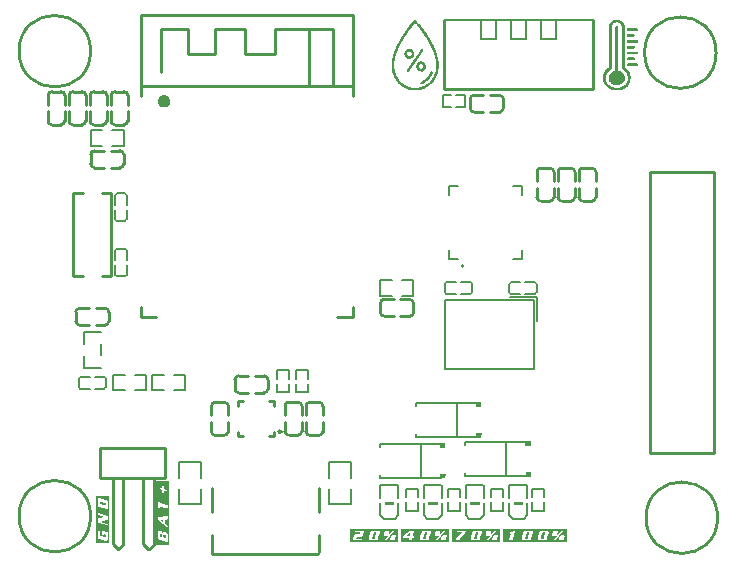
<source format=gto>
G04 Layer: TopSilkscreenLayer*
G04 EasyEDA v6.5.47, 2024-11-13 08:28:34*
G04 87231406ceee420ca99a4478fe7bfb21,034e4511e0c640c9b8a39c55fee02e59,10*
G04 Gerber Generator version 0.2*
G04 Scale: 100 percent, Rotated: No, Reflected: No *
G04 Dimensions in millimeters *
G04 leading zeros omitted , absolute positions ,4 integer and 5 decimal *
%FSLAX45Y45*%
%MOMM*%

%ADD10C,0.1524*%
%ADD11C,0.2540*%
%ADD12C,0.2032*%
%ADD13C,0.1500*%
%ADD14C,0.1600*%
%ADD15C,0.0193*%

%LPD*%
G36*
X5089296Y4521657D02*
G01*
X5074615Y4520844D01*
X5067960Y4518863D01*
X5067096Y4518863D01*
X5058206Y4515612D01*
X5050180Y4511243D01*
X5046929Y4508906D01*
X5046319Y4508906D01*
X5035905Y4499508D01*
X5030825Y4493361D01*
X5029606Y4490669D01*
X5028285Y4489704D01*
X5026761Y4485944D01*
X5025999Y4485030D01*
X5023358Y4478375D01*
X5021681Y4472787D01*
X5020767Y4466031D01*
X5020310Y4460036D01*
X5020157Y4118965D01*
X5018633Y4116425D01*
X5016906Y4115917D01*
X5012385Y4111955D01*
X5011724Y4111955D01*
X5000447Y4101795D01*
X4993690Y4094429D01*
X4992319Y4092041D01*
X4991608Y4092041D01*
X4986274Y4084218D01*
X4981194Y4075887D01*
X4977892Y4068673D01*
X4976876Y4065117D01*
X4975301Y4062323D01*
X4974031Y4056735D01*
X4972761Y4053941D01*
X4971694Y4046728D01*
X4970068Y4038346D01*
X4969735Y4031996D01*
X4994859Y4031996D01*
X4997297Y4048760D01*
X4998415Y4050792D01*
X4999786Y4056126D01*
X5001412Y4059123D01*
X5002479Y4063034D01*
X5004054Y4065117D01*
X5005120Y4068064D01*
X5005832Y4068521D01*
X5010861Y4076649D01*
X5014671Y4080916D01*
X5014671Y4081576D01*
X5018379Y4085132D01*
X5021224Y4088384D01*
X5028996Y4094632D01*
X5034584Y4098594D01*
X5040680Y4102049D01*
X5043576Y4104995D01*
X5045557Y4108196D01*
X5046065Y4465218D01*
X5046980Y4470908D01*
X5048453Y4473498D01*
X5049570Y4476394D01*
X5054701Y4483760D01*
X5059984Y4488942D01*
X5067604Y4493717D01*
X5072786Y4496104D01*
X5082743Y4498492D01*
X5093360Y4498543D01*
X5102860Y4496257D01*
X5108295Y4493869D01*
X5112969Y4491177D01*
X5118658Y4486757D01*
X5123535Y4481169D01*
X5126736Y4475784D01*
X5129377Y4469587D01*
X5130241Y4462830D01*
X5130444Y4108551D01*
X5132984Y4104589D01*
X5135727Y4101947D01*
X5140096Y4099458D01*
X5148427Y4093819D01*
X5160416Y4082897D01*
X5168341Y4072280D01*
X5169611Y4069740D01*
X5171846Y4066794D01*
X5171846Y4065422D01*
X5174030Y4062476D01*
X5175046Y4058716D01*
X5176520Y4055922D01*
X5177993Y4050029D01*
X5178958Y4048353D01*
X5180634Y4037177D01*
X5180634Y4021988D01*
X5178856Y4010863D01*
X5176316Y4002481D01*
X5170881Y3990898D01*
X5166461Y3984091D01*
X5163362Y3979722D01*
X5155234Y3971086D01*
X5151932Y3967886D01*
X5144160Y3961942D01*
X5135727Y3956710D01*
X5131308Y3954424D01*
X5119522Y3949547D01*
X5114137Y3948480D01*
X5111546Y3947261D01*
X5105501Y3946347D01*
X5097424Y3944823D01*
X5078984Y3944823D01*
X5070906Y3946347D01*
X5064506Y3947210D01*
X5061305Y3948684D01*
X5057800Y3949242D01*
X5043779Y3954881D01*
X5042458Y3955897D01*
X5035600Y3959606D01*
X5027980Y3964889D01*
X5020564Y3971340D01*
X5013553Y3978910D01*
X5008524Y3985717D01*
X5004054Y3993286D01*
X4999431Y4003649D01*
X4998364Y4008374D01*
X4997094Y4011625D01*
X4995367Y4023614D01*
X4994859Y4031996D01*
X4969735Y4031996D01*
X4969611Y4029201D01*
X4970424Y4017619D01*
X4971846Y4010863D01*
X4972608Y4005275D01*
X4974031Y4001922D01*
X4975656Y3996080D01*
X4977536Y3990898D01*
X4980330Y3985107D01*
X4980635Y3984091D01*
X4986426Y3974337D01*
X4990490Y3968140D01*
X4992420Y3966565D01*
X4993741Y3964228D01*
X5000447Y3956964D01*
X5011369Y3947109D01*
X5014468Y3945178D01*
X5018836Y3941978D01*
X5027320Y3936847D01*
X5030216Y3935780D01*
X5031384Y3934460D01*
X5034991Y3933545D01*
X5037480Y3931665D01*
X5038547Y3931665D01*
X5041950Y3929989D01*
X5056936Y3925163D01*
X5070906Y3922471D01*
X5087569Y3921658D01*
X5099812Y3922115D01*
X5108143Y3922928D01*
X5112512Y3923995D01*
X5118201Y3924909D01*
X5127396Y3927754D01*
X5129580Y3928770D01*
X5132628Y3929379D01*
X5143144Y3934053D01*
X5149291Y3937152D01*
X5158638Y3942892D01*
X5166360Y3948480D01*
X5172405Y3953764D01*
X5179618Y3960977D01*
X5182666Y3964686D01*
X5183784Y3966565D01*
X5186629Y3969461D01*
X5192268Y3978503D01*
X5198160Y3989476D01*
X5200751Y3996486D01*
X5202377Y4002582D01*
X5203799Y4006037D01*
X5206492Y4023614D01*
X5206034Y4039565D01*
X5203291Y4054652D01*
X5202529Y4055973D01*
X5201056Y4061815D01*
X5198973Y4065879D01*
X5198973Y4067251D01*
X5195874Y4074210D01*
X5195062Y4075074D01*
X5191099Y4082338D01*
X5191099Y4082897D01*
X5183530Y4093006D01*
X5176012Y4101388D01*
X5169865Y4107383D01*
X5156708Y4117543D01*
X5156149Y4119372D01*
X5156047Y4460036D01*
X5154777Y4470806D01*
X5153812Y4475581D01*
X5150408Y4484522D01*
X5147665Y4489551D01*
X5144262Y4494834D01*
X5136591Y4503064D01*
X5129580Y4508906D01*
X5125618Y4511497D01*
X5122367Y4513326D01*
X5110124Y4518456D01*
X5105044Y4519625D01*
X5101336Y4520844D01*
G37*
G36*
X5086248Y4471416D02*
G01*
X5082082Y4470298D01*
X5077917Y4467148D01*
X5075275Y4461611D01*
X5075072Y4091686D01*
X5073700Y4090415D01*
X5071465Y4090415D01*
X5066893Y4088434D01*
X5062626Y4087571D01*
X5059984Y4086148D01*
X5056479Y4085132D01*
X5055158Y4084116D01*
X5051653Y4082440D01*
X5047742Y4079646D01*
X5043982Y4077411D01*
X5037328Y4071467D01*
X5031028Y4064304D01*
X5028692Y4060698D01*
X5026914Y4057091D01*
X5024323Y4052620D01*
X5024272Y4051554D01*
X5022900Y4049115D01*
X5020360Y4039158D01*
X5019344Y4029456D01*
X5020310Y4018381D01*
X5021275Y4016044D01*
X5022545Y4010151D01*
X5023967Y4007662D01*
X5025491Y4003649D01*
X5030470Y3995165D01*
X5032603Y3993337D01*
X5032603Y3992575D01*
X5035042Y3989832D01*
X5042916Y3982262D01*
X5049418Y3977741D01*
X5057343Y3973423D01*
X5063490Y3971086D01*
X5074412Y3967987D01*
X5082946Y3967175D01*
X5093512Y3967175D01*
X5101996Y3967987D01*
X5112969Y3971086D01*
X5118658Y3973271D01*
X5120741Y3974744D01*
X5121656Y3974744D01*
X5127396Y3978097D01*
X5137048Y3985463D01*
X5140604Y3988917D01*
X5141823Y3990898D01*
X5144871Y3994658D01*
X5145532Y3994658D01*
X5150053Y4002836D01*
X5150866Y4003751D01*
X5154269Y4012437D01*
X5154320Y4014419D01*
X5156555Y4022750D01*
X5156250Y4037177D01*
X5153812Y4047540D01*
X5152085Y4051909D01*
X5149545Y4056735D01*
X5148986Y4058716D01*
X5147005Y4061104D01*
X5145430Y4063898D01*
X5140147Y4070299D01*
X5137099Y4073448D01*
X5130596Y4078478D01*
X5129987Y4078478D01*
X5126532Y4081221D01*
X5119928Y4084929D01*
X5116017Y4086199D01*
X5113375Y4087571D01*
X5109006Y4088536D01*
X5105755Y4090009D01*
X5102809Y4090009D01*
X5100929Y4091635D01*
X5100929Y4460036D01*
X5099253Y4465320D01*
X5098186Y4467098D01*
X5095443Y4469434D01*
X5092090Y4471060D01*
G37*
G36*
X5257139Y4448251D02*
G01*
X5183428Y4448149D01*
X5178298Y4447032D01*
X5173675Y4443425D01*
X5172100Y4440478D01*
X5172049Y4432909D01*
X5174437Y4429201D01*
X5177231Y4427067D01*
X5181447Y4425137D01*
X5259171Y4425137D01*
X5262575Y4426000D01*
X5267248Y4430014D01*
X5267807Y4431690D01*
X5269433Y4433620D01*
X5269433Y4439310D01*
X5266893Y4443933D01*
X5264861Y4445965D01*
X5261813Y4447387D01*
G37*
G36*
X5182108Y4398772D02*
G01*
X5178348Y4397654D01*
X5175300Y4395571D01*
X5171744Y4390593D01*
X5172100Y4383379D01*
X5175250Y4379061D01*
X5176875Y4377690D01*
X5181244Y4376166D01*
X5225034Y4375556D01*
X5232044Y4376521D01*
X5235498Y4377944D01*
X5237784Y4380230D01*
X5240121Y4385106D01*
X5240121Y4389932D01*
X5237835Y4394200D01*
X5235498Y4396486D01*
X5230723Y4398568D01*
G37*
G36*
X5259171Y4349343D02*
G01*
X5182108Y4349242D01*
X5178145Y4348276D01*
X5176418Y4347413D01*
X5174538Y4345533D01*
X5171846Y4340860D01*
X5171846Y4335576D01*
X5172811Y4332427D01*
X5178247Y4327448D01*
X5181701Y4326585D01*
X5260340Y4326534D01*
X5265216Y4329176D01*
X5267502Y4331258D01*
X5269585Y4336186D01*
X5269484Y4340199D01*
X5266791Y4345584D01*
X5262473Y4348480D01*
G37*
G36*
X5227015Y4300270D02*
G01*
X5183428Y4300220D01*
X5178094Y4298746D01*
X5176215Y4297832D01*
X5172811Y4293920D01*
X5171694Y4289806D01*
X5172151Y4284878D01*
X5173624Y4282236D01*
X5176672Y4279188D01*
X5182971Y4276902D01*
X5228539Y4276902D01*
X5234584Y4278833D01*
X5238242Y4281932D01*
X5240121Y4286351D01*
X5240121Y4290669D01*
X5238242Y4295292D01*
X5234635Y4298543D01*
G37*
G36*
X5219750Y4250791D02*
G01*
X5181701Y4250740D01*
X5178450Y4249724D01*
X5174996Y4247235D01*
X5172811Y4244543D01*
X5171846Y4241393D01*
X5171846Y4236567D01*
X5173167Y4233011D01*
X5175300Y4230878D01*
X5178196Y4228947D01*
X5181244Y4228084D01*
X5259578Y4227931D01*
X5263337Y4228896D01*
X5266537Y4231436D01*
X5269433Y4237024D01*
X5269433Y4242206D01*
X5266588Y4246981D01*
X5261254Y4250283D01*
X5257850Y4250791D01*
G37*
G36*
X5182565Y4201261D02*
G01*
X5179263Y4200550D01*
X5176723Y4199331D01*
X5172608Y4194962D01*
X5171846Y4191965D01*
X5171846Y4187088D01*
X5174538Y4182364D01*
X5176012Y4180890D01*
X5181244Y4178401D01*
X5230266Y4178401D01*
X5235194Y4180484D01*
X5238038Y4183329D01*
X5240121Y4187444D01*
X5240121Y4192676D01*
X5238140Y4196232D01*
X5234889Y4199636D01*
X5231130Y4201109D01*
G37*
G36*
X5182565Y4152188D02*
G01*
X5180380Y4151579D01*
X5177485Y4150207D01*
X5173929Y4147312D01*
X5172151Y4144111D01*
X5171694Y4139184D01*
X5172862Y4134916D01*
X5178196Y4130090D01*
X5181701Y4128922D01*
X5253482Y4128668D01*
X5260390Y4129582D01*
X5264912Y4131106D01*
X5266740Y4132935D01*
X5269433Y4137863D01*
X5269433Y4142892D01*
X5266893Y4147565D01*
X5264404Y4149953D01*
X5260035Y4152036D01*
G37*
G36*
X3378962Y4521657D02*
G01*
X3374390Y4518964D01*
X3368090Y4512360D01*
X3349040Y4490008D01*
X3329279Y4465574D01*
X3328111Y4463745D01*
X3323539Y4458258D01*
X3323539Y4457496D01*
X3320948Y4454550D01*
X3314903Y4446727D01*
X3314446Y4445203D01*
X3312718Y4444034D01*
X3311550Y4441596D01*
X3310280Y4440631D01*
X3309315Y4438599D01*
X3304336Y4432452D01*
X3302914Y4429810D01*
X3301949Y4429455D01*
X3300729Y4426966D01*
X3298545Y4424222D01*
X3294938Y4418685D01*
X3293211Y4416856D01*
X3291992Y4414012D01*
X3291433Y4414012D01*
X3289198Y4410456D01*
X3287166Y4407916D01*
X3286353Y4405934D01*
X3285134Y4404969D01*
X3283965Y4402582D01*
X3281781Y4399838D01*
X3279698Y4396689D01*
X3277971Y4393438D01*
X3273958Y4387951D01*
X3272180Y4384395D01*
X3271520Y4384395D01*
X3269742Y4380839D01*
X3267456Y4377740D01*
X3264306Y4372102D01*
X3262376Y4369663D01*
X3261360Y4367022D01*
X3259277Y4364482D01*
X3259277Y4363516D01*
X3256838Y4360468D01*
X3255467Y4357014D01*
X3254756Y4357014D01*
X3252724Y4352696D01*
X3251250Y4351274D01*
X3250438Y4348581D01*
X3248863Y4346702D01*
X3247034Y4342790D01*
X3246272Y4342282D01*
X3244291Y4337558D01*
X3243478Y4337050D01*
X3241497Y4332224D01*
X3240786Y4332224D01*
X3238652Y4327448D01*
X3237636Y4326534D01*
X3236163Y4322318D01*
X3234842Y4320794D01*
X3233369Y4317034D01*
X3232048Y4315561D01*
X3230575Y4311802D01*
X3229203Y4310278D01*
X3227832Y4306011D01*
X3226155Y4303522D01*
X3225292Y4300524D01*
X3223615Y4298645D01*
X3222193Y4294174D01*
X3220466Y4291533D01*
X3219297Y4287774D01*
X3218078Y4286046D01*
X3216249Y4280916D01*
X3215284Y4280052D01*
X3213760Y4274870D01*
X3212439Y4273600D01*
X3210966Y4268317D01*
X3209340Y4265980D01*
X3208324Y4261408D01*
X3206800Y4259173D01*
X3205480Y4253890D01*
X3203803Y4251248D01*
X3202635Y4246219D01*
X3201009Y4243120D01*
X3199841Y4238040D01*
X3198164Y4235246D01*
X3197047Y4229354D01*
X3195675Y4226966D01*
X3194253Y4220260D01*
X3192576Y4216146D01*
X3191459Y4209034D01*
X3190544Y4207510D01*
X3189732Y4204868D01*
X3188665Y4197146D01*
X3187192Y4193641D01*
X3185566Y4181601D01*
X3184550Y4178960D01*
X3183026Y4162856D01*
X3181705Y4154627D01*
X3180948Y4136593D01*
X3202990Y4136593D01*
X3204057Y4158386D01*
X3204819Y4168140D01*
X3206140Y4172610D01*
X3207562Y4184802D01*
X3209036Y4188764D01*
X3210356Y4197959D01*
X3211779Y4201007D01*
X3213100Y4208373D01*
X3214522Y4211421D01*
X3215944Y4217873D01*
X3217316Y4220819D01*
X3218738Y4227372D01*
X3220161Y4229760D01*
X3221634Y4236008D01*
X3222853Y4237888D01*
X3224377Y4243374D01*
X3226003Y4245965D01*
X3227019Y4250791D01*
X3228492Y4252823D01*
X3229965Y4258005D01*
X3231642Y4260646D01*
X3232810Y4265066D01*
X3234131Y4266336D01*
X3235553Y4271416D01*
X3237179Y4273448D01*
X3238296Y4277715D01*
X3239973Y4279392D01*
X3241090Y4283760D01*
X3242462Y4285081D01*
X3243884Y4289196D01*
X3245561Y4291533D01*
X3246678Y4295241D01*
X3247999Y4296816D01*
X3249574Y4300931D01*
X3250844Y4302404D01*
X3252673Y4306925D01*
X3253943Y4308398D01*
X3254756Y4311091D01*
X3256534Y4313682D01*
X3257905Y4317034D01*
X3259226Y4318558D01*
X3260953Y4322673D01*
X3262426Y4324096D01*
X3262426Y4325061D01*
X3264915Y4329023D01*
X3266541Y4332986D01*
X3267252Y4332986D01*
X3269488Y4337862D01*
X3270046Y4337862D01*
X3271926Y4342180D01*
X3274314Y4344974D01*
X3274314Y4346092D01*
X3276295Y4348581D01*
X3277819Y4351782D01*
X3279190Y4353255D01*
X3280308Y4356201D01*
X3281273Y4356608D01*
X3283102Y4360570D01*
X3285490Y4363364D01*
X3285490Y4364380D01*
X3287268Y4366209D01*
X3288893Y4369917D01*
X3290722Y4371746D01*
X3290722Y4372762D01*
X3293059Y4375556D01*
X3294278Y4378198D01*
X3296665Y4380992D01*
X3296665Y4382008D01*
X3298444Y4383836D01*
X3299561Y4386072D01*
X3301847Y4388967D01*
X3302965Y4391507D01*
X3303879Y4392066D01*
X3305352Y4394708D01*
X3309772Y4400600D01*
X3311194Y4403140D01*
X3313074Y4405223D01*
X3313074Y4406138D01*
X3315512Y4408932D01*
X3319526Y4414977D01*
X3324098Y4421174D01*
X3327400Y4425289D01*
X3327400Y4426000D01*
X3330194Y4429455D01*
X3330194Y4430014D01*
X3338220Y4439920D01*
X3339287Y4442155D01*
X3340658Y4442917D01*
X3341776Y4445254D01*
X3343808Y4447082D01*
X3343808Y4447946D01*
X3346246Y4450588D01*
X3352749Y4459122D01*
X3355289Y4462018D01*
X3355695Y4463389D01*
X3357321Y4464354D01*
X3358489Y4466437D01*
X3377133Y4488637D01*
X3381146Y4492802D01*
X3384550Y4489500D01*
X3399180Y4471974D01*
X3404615Y4465828D01*
X3404615Y4465066D01*
X3407257Y4462068D01*
X3418586Y4447844D01*
X3418586Y4447336D01*
X3421227Y4443933D01*
X3423818Y4441037D01*
X3423818Y4440377D01*
X3431895Y4430420D01*
X3432911Y4428337D01*
X3434181Y4427321D01*
X3435807Y4424324D01*
X3440937Y4417974D01*
X3440937Y4417060D01*
X3442868Y4415282D01*
X3444240Y4412538D01*
X3444798Y4412538D01*
X3447643Y4407814D01*
X3448659Y4407204D01*
X3450031Y4404309D01*
X3451402Y4403496D01*
X3452164Y4401007D01*
X3453942Y4399178D01*
X3455670Y4396079D01*
X3457397Y4394860D01*
X3458464Y4392117D01*
X3459886Y4390593D01*
X3463493Y4384598D01*
X3465779Y4382008D01*
X3465779Y4381093D01*
X3467912Y4378604D01*
X3469335Y4375556D01*
X3471722Y4372762D01*
X3471722Y4371746D01*
X3473500Y4369968D01*
X3474872Y4366564D01*
X3476853Y4364329D01*
X3477768Y4362450D01*
X3481832Y4356455D01*
X3483203Y4353407D01*
X3484727Y4351934D01*
X3486454Y4348175D01*
X3488029Y4346295D01*
X3488588Y4344416D01*
X3490620Y4341876D01*
X3491890Y4338777D01*
X3493008Y4337812D01*
X3494786Y4333544D01*
X3496411Y4331665D01*
X3497224Y4328972D01*
X3498697Y4327550D01*
X3500272Y4323791D01*
X3501491Y4322724D01*
X3503168Y4318558D01*
X3504488Y4317034D01*
X3505860Y4313682D01*
X3507689Y4311091D01*
X3508501Y4308398D01*
X3509772Y4306925D01*
X3511651Y4302404D01*
X3512820Y4300931D01*
X3514394Y4296664D01*
X3515715Y4295394D01*
X3516833Y4291685D01*
X3518408Y4289653D01*
X3519627Y4285691D01*
X3521354Y4283506D01*
X3522370Y4279747D01*
X3523996Y4277664D01*
X3525570Y4272686D01*
X3526840Y4271416D01*
X3528009Y4266996D01*
X3529634Y4264914D01*
X3531108Y4259630D01*
X3532479Y4257903D01*
X3533901Y4252823D01*
X3535273Y4250944D01*
X3536238Y4246321D01*
X3538067Y4243527D01*
X3539439Y4237990D01*
X3540912Y4235856D01*
X3542029Y4230370D01*
X3543960Y4226661D01*
X3544722Y4221835D01*
X3546398Y4218381D01*
X3547618Y4212386D01*
X3549192Y4208983D01*
X3550361Y4201871D01*
X3552139Y4197096D01*
X3553358Y4188358D01*
X3554882Y4184853D01*
X3556304Y4172356D01*
X3557320Y4169257D01*
X3558032Y4164177D01*
X3559098Y4144111D01*
X3559048Y4127754D01*
X3557981Y4109618D01*
X3557320Y4104995D01*
X3556355Y4102100D01*
X3554780Y4090924D01*
X3553510Y4088231D01*
X3552139Y4080560D01*
X3550412Y4077360D01*
X3549345Y4071518D01*
X3547973Y4069486D01*
X3546398Y4063847D01*
X3544773Y4060850D01*
X3543960Y4057446D01*
X3542334Y4054805D01*
X3540912Y4050385D01*
X3539134Y4047896D01*
X3538118Y4044899D01*
X3536442Y4042460D01*
X3535222Y4039819D01*
X3533952Y4038346D01*
X3532479Y4034231D01*
X3530396Y4031742D01*
X3530396Y4031030D01*
X3528060Y4028186D01*
X3526637Y4025137D01*
X3525469Y4024122D01*
X3524097Y4021277D01*
X3522726Y4020464D01*
X3521557Y4018076D01*
X3515715Y4010863D01*
X3515715Y4010355D01*
X3503574Y3997045D01*
X3494481Y3988460D01*
X3487013Y3981856D01*
X3486150Y3981856D01*
X3484473Y3979926D01*
X3481882Y3978503D01*
X3479546Y3976370D01*
X3477158Y3975049D01*
X3476091Y3973728D01*
X3472942Y3972356D01*
X3470808Y3970223D01*
X3469944Y3970223D01*
X3467303Y3968800D01*
X3466388Y3967632D01*
X3462883Y3966514D01*
X3460496Y3964584D01*
X3457194Y3963415D01*
X3455111Y3961739D01*
X3450336Y3960063D01*
X3448456Y3958640D01*
X3444290Y3957421D01*
X3441446Y3955694D01*
X3435350Y3954119D01*
X3432556Y3952595D01*
X3425748Y3951071D01*
X3420872Y3949293D01*
X3412693Y3948074D01*
X3409696Y3946906D01*
X3405225Y3946245D01*
X3388004Y3945128D01*
X3374745Y3945128D01*
X3361791Y3945890D01*
X3353815Y3946702D01*
X3349599Y3948125D01*
X3340049Y3949598D01*
X3335528Y3951427D01*
X3329330Y3952697D01*
X3326942Y3954119D01*
X3321050Y3955643D01*
X3318154Y3957421D01*
X3313633Y3958691D01*
X3311956Y3960114D01*
X3307232Y3961587D01*
X3306013Y3963111D01*
X3302406Y3964330D01*
X3299612Y3966362D01*
X3296056Y3967632D01*
X3294837Y3969105D01*
X3291586Y3970375D01*
X3289503Y3972458D01*
X3286353Y3973728D01*
X3281781Y3977386D01*
X3278784Y3979418D01*
X3275634Y3982262D01*
X3274669Y3982262D01*
X3273399Y3983939D01*
X3270453Y3986022D01*
X3270453Y3986682D01*
X3266795Y3989171D01*
X3254552Y4001363D01*
X3246882Y4010202D01*
X3245815Y4011828D01*
X3240887Y4018076D01*
X3239516Y4020312D01*
X3238296Y4021328D01*
X3236874Y4024274D01*
X3235858Y4024731D01*
X3234537Y4027830D01*
X3231997Y4031081D01*
X3231997Y4032199D01*
X3230067Y4034180D01*
X3228797Y4037533D01*
X3226765Y4040022D01*
X3226765Y4041038D01*
X3223666Y4046067D01*
X3223260Y4047947D01*
X3220923Y4051604D01*
X3220466Y4054144D01*
X3218738Y4056634D01*
X3217621Y4060850D01*
X3215995Y4063441D01*
X3214827Y4068318D01*
X3213455Y4070451D01*
X3211677Y4078071D01*
X3210407Y4080357D01*
X3208985Y4088028D01*
X3207664Y4090822D01*
X3206902Y4095699D01*
X3206445Y4100576D01*
X3204819Y4106214D01*
X3203702Y4120489D01*
X3202990Y4136593D01*
X3180948Y4136593D01*
X3181705Y4118254D01*
X3182772Y4113428D01*
X3184448Y4095699D01*
X3185820Y4091990D01*
X3186938Y4084472D01*
X3188665Y4079240D01*
X3190036Y4072229D01*
X3191408Y4070197D01*
X3192627Y4064355D01*
X3194151Y4061206D01*
X3195726Y4055618D01*
X3196996Y4053890D01*
X3197860Y4049979D01*
X3198876Y4047693D01*
X3199790Y4046575D01*
X3201263Y4042156D01*
X3202635Y4040581D01*
X3203803Y4036720D01*
X3205784Y4034180D01*
X3205784Y4033012D01*
X3208934Y4027881D01*
X3208934Y4026966D01*
X3210560Y4024833D01*
X3212236Y4021429D01*
X3214116Y4019194D01*
X3214624Y4017314D01*
X3217621Y4012844D01*
X3219704Y4010202D01*
X3220821Y4007764D01*
X3222244Y4007002D01*
X3222244Y4005986D01*
X3228695Y3997960D01*
X3229610Y3996131D01*
X3230270Y3996131D01*
X3231997Y3993184D01*
X3233267Y3992727D01*
X3234436Y3990187D01*
X3235807Y3989730D01*
X3237230Y3987139D01*
X3239008Y3986225D01*
X3239008Y3985564D01*
X3243427Y3980738D01*
X3244240Y3980738D01*
X3245662Y3978148D01*
X3246983Y3977741D01*
X3248812Y3975100D01*
X3249625Y3975100D01*
X3254908Y3969816D01*
X3258413Y3966870D01*
X3260394Y3965549D01*
X3263442Y3962806D01*
X3264814Y3962349D01*
X3265170Y3961282D01*
X3268522Y3959199D01*
X3270808Y3957116D01*
X3271824Y3957116D01*
X3274517Y3954526D01*
X3277615Y3953103D01*
X3278632Y3951782D01*
X3281730Y3950360D01*
X3283712Y3948531D01*
X3287064Y3947210D01*
X3288944Y3945585D01*
X3292297Y3944213D01*
X3294379Y3942537D01*
X3298291Y3941318D01*
X3300628Y3939489D01*
X3304438Y3938320D01*
X3306978Y3936542D01*
X3311448Y3935272D01*
X3314344Y3933494D01*
X3319881Y3932275D01*
X3321812Y3930802D01*
X3328974Y3929329D01*
X3332835Y3927551D01*
X3341217Y3926281D01*
X3345179Y3924858D01*
X3353104Y3923792D01*
X3359353Y3923284D01*
X3367074Y3921658D01*
X3396081Y3921658D01*
X3401974Y3922928D01*
X3416350Y3924554D01*
X3420262Y3925976D01*
X3423412Y3926687D01*
X3429863Y3927500D01*
X3433267Y3929329D01*
X3439363Y3930446D01*
X3442868Y3932275D01*
X3448304Y3933545D01*
X3450742Y3935323D01*
X3455466Y3936492D01*
X3458006Y3938320D01*
X3461867Y3939540D01*
X3464509Y3941419D01*
X3468776Y3942842D01*
X3470046Y3944315D01*
X3473704Y3945534D01*
X3476091Y3947718D01*
X3476955Y3947718D01*
X3479596Y3949192D01*
X3480612Y3950462D01*
X3483762Y3951935D01*
X3485184Y3953306D01*
X3488334Y3954830D01*
X3489706Y3956405D01*
X3492144Y3957523D01*
X3493922Y3959301D01*
X3496868Y3960876D01*
X3497529Y3962196D01*
X3499459Y3963263D01*
X3501999Y3965549D01*
X3504031Y3966870D01*
X3510330Y3972458D01*
X3516985Y3978859D01*
X3526231Y3988562D01*
X3526231Y3989222D01*
X3527907Y3990187D01*
X3529177Y3992778D01*
X3530447Y3993184D01*
X3531615Y3995165D01*
X3533749Y3997553D01*
X3539388Y4004919D01*
X3540506Y4007307D01*
X3541572Y4007713D01*
X3542995Y4010710D01*
X3544265Y4011676D01*
X3545535Y4014317D01*
X3547160Y4016197D01*
X3548583Y4019651D01*
X3549599Y4020616D01*
X3551885Y4024833D01*
X3552748Y4025595D01*
X3554222Y4029303D01*
X3555542Y4030827D01*
X3557066Y4034586D01*
X3558692Y4036669D01*
X3559759Y4040530D01*
X3561181Y4042156D01*
X3562604Y4046524D01*
X3563975Y4048353D01*
X3565398Y4053535D01*
X3567023Y4056126D01*
X3567887Y4060088D01*
X3569766Y4064203D01*
X3571036Y4069842D01*
X3572611Y4072839D01*
X3573779Y4079900D01*
X3575456Y4084167D01*
X3576523Y4091838D01*
X3578250Y4097578D01*
X3579672Y4112615D01*
X3580892Y4118254D01*
X3580892Y4154220D01*
X3579317Y4163618D01*
X3577996Y4179062D01*
X3576929Y4181297D01*
X3575405Y4192879D01*
X3573424Y4199280D01*
X3572662Y4205630D01*
X3570935Y4209389D01*
X3569614Y4216908D01*
X3568192Y4220260D01*
X3566769Y4226864D01*
X3565448Y4228896D01*
X3564229Y4235246D01*
X3562604Y4238345D01*
X3561181Y4243730D01*
X3559810Y4246168D01*
X3558641Y4251045D01*
X3557015Y4253636D01*
X3555847Y4258513D01*
X3553917Y4262272D01*
X3553053Y4266285D01*
X3551478Y4268266D01*
X3549954Y4273550D01*
X3548227Y4276191D01*
X3547160Y4280001D01*
X3546144Y4280916D01*
X3544671Y4285183D01*
X3542690Y4288536D01*
X3542233Y4290923D01*
X3540455Y4293768D01*
X3538524Y4298797D01*
X3537508Y4299915D01*
X3536645Y4302404D01*
X3532581Y4311142D01*
X3531870Y4311599D01*
X3530752Y4315256D01*
X3529279Y4316679D01*
X3527551Y4320794D01*
X3526332Y4322318D01*
X3524758Y4326534D01*
X3523081Y4328210D01*
X3522675Y4330395D01*
X3519932Y4334306D01*
X3519932Y4335068D01*
X3517137Y4339488D01*
X3517137Y4340453D01*
X3515106Y4342993D01*
X3513886Y4346295D01*
X3512312Y4348175D01*
X3511092Y4350816D01*
X3509772Y4352391D01*
X3507740Y4357014D01*
X3506978Y4357014D01*
X3505352Y4360926D01*
X3503777Y4362805D01*
X3502050Y4366006D01*
X3501390Y4366006D01*
X3499612Y4370324D01*
X3497986Y4372203D01*
X3496513Y4375200D01*
X3491382Y4383278D01*
X3489604Y4385310D01*
X3489147Y4386986D01*
X3486658Y4390136D01*
X3485387Y4392930D01*
X3484321Y4393336D01*
X3482949Y4396740D01*
X3482238Y4396740D01*
X3480003Y4401058D01*
X3478682Y4402074D01*
X3477310Y4404969D01*
X3476091Y4405934D01*
X3475278Y4407865D01*
X3472383Y4411421D01*
X3472383Y4412132D01*
X3470046Y4414977D01*
X3468878Y4417415D01*
X3467862Y4417872D01*
X3466795Y4420311D01*
X3461664Y4426966D01*
X3460546Y4429302D01*
X3459530Y4429709D01*
X3458311Y4432198D01*
X3455822Y4435246D01*
X3452672Y4439615D01*
X3450742Y4441850D01*
X3449675Y4444034D01*
X3447999Y4445203D01*
X3447542Y4446727D01*
X3444443Y4450435D01*
X3444443Y4451096D01*
X3439312Y4456988D01*
X3438398Y4458868D01*
X3433927Y4464202D01*
X3432505Y4466742D01*
X3419805Y4481880D01*
X3416350Y4486554D01*
X3400044Y4505756D01*
X3388004Y4518964D01*
X3383483Y4521657D01*
G37*
G36*
X3442868Y4275988D02*
G01*
X3439058Y4275886D01*
X3436924Y4275328D01*
X3432556Y4271772D01*
X3432556Y4271264D01*
X3429965Y4268165D01*
X3425342Y4261358D01*
X3424174Y4259935D01*
X3424174Y4259072D01*
X3422243Y4257090D01*
X3417265Y4249470D01*
X3416096Y4248454D01*
X3415182Y4246016D01*
X3413709Y4245203D01*
X3412540Y4242765D01*
X3409848Y4239615D01*
X3409848Y4238904D01*
X3402533Y4228896D01*
X3401314Y4226712D01*
X3399332Y4224375D01*
X3398265Y4222191D01*
X3396589Y4220260D01*
X3390341Y4211472D01*
X3389934Y4209999D01*
X3388969Y4209643D01*
X3387039Y4205986D01*
X3382568Y4200398D01*
X3381806Y4198874D01*
X3379622Y4196181D01*
X3378403Y4193997D01*
X3374136Y4188256D01*
X3373221Y4186021D01*
X3371799Y4185158D01*
X3370630Y4182770D01*
X3368243Y4179874D01*
X3367532Y4177792D01*
X3365500Y4176166D01*
X3365500Y4175150D01*
X3363214Y4172559D01*
X3357118Y4163923D01*
X3357118Y4163009D01*
X3354476Y4160113D01*
X3350971Y4154728D01*
X3348736Y4152036D01*
X3348736Y4151122D01*
X3346551Y4148988D01*
X3345586Y4147007D01*
X3343401Y4144467D01*
X3342132Y4141876D01*
X3340354Y4140047D01*
X3340354Y4139133D01*
X3338220Y4136999D01*
X3336036Y4132986D01*
X3335121Y4132630D01*
X3333750Y4129379D01*
X3332683Y4128973D01*
X3331210Y4125874D01*
X3330194Y4125468D01*
X3328670Y4122826D01*
X3326079Y4119575D01*
X3325571Y4117898D01*
X3323539Y4116120D01*
X3323539Y4115155D01*
X3321304Y4112514D01*
X3317443Y4106722D01*
X3315157Y4104030D01*
X3315157Y4103166D01*
X3312769Y4100423D01*
X3311398Y4096461D01*
X3310229Y4093972D01*
X3312515Y4087114D01*
X3315919Y4083456D01*
X3319119Y4082389D01*
X3323183Y4082389D01*
X3326688Y4083202D01*
X3329482Y4085742D01*
X3331972Y4088993D01*
X3333140Y4091127D01*
X3335070Y4093057D01*
X3335070Y4093870D01*
X3338576Y4098290D01*
X3338576Y4098848D01*
X3341370Y4102354D01*
X3341370Y4103065D01*
X3343249Y4104944D01*
X3344672Y4107484D01*
X3349040Y4113123D01*
X3350056Y4115714D01*
X3351377Y4116730D01*
X3355898Y4123436D01*
X3357524Y4125366D01*
X3358489Y4127754D01*
X3359912Y4128566D01*
X3361283Y4131513D01*
X3362655Y4132275D01*
X3364433Y4136237D01*
X3365804Y4137151D01*
X3366973Y4139590D01*
X3368294Y4140606D01*
X3369411Y4142892D01*
X3372459Y4146956D01*
X3372459Y4147667D01*
X3374288Y4149344D01*
X3375609Y4152087D01*
X3376625Y4152493D01*
X3377996Y4155389D01*
X3379520Y4156862D01*
X3381349Y4160265D01*
X3382619Y4161231D01*
X3383584Y4163771D01*
X3385058Y4164584D01*
X3386480Y4167581D01*
X3387496Y4167987D01*
X3389985Y4172458D01*
X3390544Y4172458D01*
X3392424Y4176166D01*
X3393033Y4176166D01*
X3394760Y4179366D01*
X3396183Y4180636D01*
X3398113Y4184243D01*
X3399739Y4185615D01*
X3399739Y4186732D01*
X3402329Y4189577D01*
X3403549Y4191762D01*
X3408019Y4197756D01*
X3408934Y4199636D01*
X3410204Y4200601D01*
X3411270Y4202785D01*
X3413404Y4205274D01*
X3414725Y4208018D01*
X3415741Y4208627D01*
X3417366Y4211624D01*
X3418992Y4213504D01*
X3422599Y4218990D01*
X3425240Y4222394D01*
X3425240Y4223461D01*
X3426968Y4224629D01*
X3427374Y4226102D01*
X3430828Y4230319D01*
X3431235Y4232046D01*
X3432911Y4233214D01*
X3433927Y4235399D01*
X3435908Y4237532D01*
X3438296Y4241444D01*
X3441547Y4245762D01*
X3442462Y4247642D01*
X3443782Y4248607D01*
X3444900Y4251045D01*
X3447084Y4253738D01*
X3449828Y4257751D01*
X3451402Y4261916D01*
X3451707Y4262272D01*
X3452114Y4265168D01*
X3450793Y4267911D01*
X3449624Y4271416D01*
X3445052Y4275277D01*
G37*
G36*
X3336290Y4275937D02*
G01*
X3326180Y4275886D01*
X3322167Y4275226D01*
X3319424Y4273753D01*
X3314750Y4272483D01*
X3312820Y4270756D01*
X3309721Y4269333D01*
X3308756Y4268063D01*
X3305911Y4266539D01*
X3298748Y4258614D01*
X3297631Y4255363D01*
X3296005Y4254246D01*
X3295192Y4251401D01*
X3293160Y4247591D01*
X3290671Y4237532D01*
X3290671Y4229658D01*
X3312668Y4229658D01*
X3313023Y4238345D01*
X3314344Y4241647D01*
X3315512Y4242663D01*
X3315512Y4243781D01*
X3319830Y4248607D01*
X3320694Y4248607D01*
X3322167Y4250537D01*
X3330701Y4253026D01*
X3333496Y4252620D01*
X3339896Y4250842D01*
X3343960Y4247438D01*
X3344418Y4247438D01*
X3348126Y4242003D01*
X3350209Y4236008D01*
X3350768Y4231995D01*
X3350158Y4228490D01*
X3348126Y4222292D01*
X3344519Y4217111D01*
X3341217Y4215079D01*
X3339693Y4213656D01*
X3335985Y4212590D01*
X3329940Y4212082D01*
X3325114Y4212996D01*
X3322167Y4214114D01*
X3322167Y4214825D01*
X3319170Y4216450D01*
X3316579Y4219498D01*
X3315106Y4222496D01*
X3313734Y4224070D01*
X3312668Y4229658D01*
X3290671Y4229658D01*
X3290671Y4227017D01*
X3292094Y4222648D01*
X3293160Y4216552D01*
X3294887Y4213860D01*
X3295954Y4210507D01*
X3297834Y4208424D01*
X3298545Y4206595D01*
X3301034Y4203496D01*
X3304489Y4199839D01*
X3307892Y4196842D01*
X3308756Y4196842D01*
X3310737Y4194606D01*
X3313887Y4193438D01*
X3315462Y4191863D01*
X3327146Y4188510D01*
X3338068Y4188764D01*
X3340252Y4190034D01*
X3346754Y4191558D01*
X3349244Y4193438D01*
X3351682Y4194301D01*
X3356914Y4198264D01*
X3365500Y4207967D01*
X3367278Y4212285D01*
X3368344Y4213453D01*
X3369005Y4215282D01*
X3369716Y4218635D01*
X3371494Y4222445D01*
X3371951Y4232249D01*
X3371596Y4242104D01*
X3369665Y4246016D01*
X3368548Y4250639D01*
X3366922Y4252925D01*
X3365804Y4255922D01*
X3363823Y4258157D01*
X3362706Y4260392D01*
X3356914Y4266488D01*
X3354527Y4267809D01*
X3352546Y4269892D01*
X3350514Y4270400D01*
X3347923Y4272584D01*
X3345383Y4273346D01*
X3344316Y4273346D01*
X3341573Y4274921D01*
G37*
G36*
X3425698Y4168698D02*
G01*
X3425393Y4168343D01*
X3419195Y4167581D01*
X3416350Y4165803D01*
X3412337Y4164533D01*
X3410407Y4162755D01*
X3407054Y4161078D01*
X3407054Y4160418D01*
X3404463Y4158640D01*
X3399332Y4153103D01*
X3398012Y4150360D01*
X3397046Y4149750D01*
X3394862Y4145127D01*
X3394151Y4144619D01*
X3393033Y4140352D01*
X3390849Y4135120D01*
X3390588Y4121962D01*
X3411829Y4121962D01*
X3411880Y4127957D01*
X3414420Y4136136D01*
X3420211Y4142689D01*
X3423818Y4143959D01*
X3425596Y4145483D01*
X3431336Y4146143D01*
X3436569Y4145432D01*
X3438398Y4144010D01*
X3442208Y4142282D01*
X3446018Y4137964D01*
X3448812Y4133291D01*
X3449675Y4128719D01*
X3449675Y4122369D01*
X3448761Y4117390D01*
X3446983Y4115104D01*
X3445459Y4111701D01*
X3444087Y4111244D01*
X3442309Y4108754D01*
X3438753Y4107078D01*
X3436924Y4105656D01*
X3430727Y4104792D01*
X3425596Y4105656D01*
X3421938Y4107840D01*
X3420160Y4108348D01*
X3416350Y4112361D01*
X3414318Y4115054D01*
X3413048Y4119524D01*
X3411829Y4121962D01*
X3390588Y4121962D01*
X3390544Y4119727D01*
X3391357Y4114139D01*
X3392678Y4111853D01*
X3394151Y4106519D01*
X3395522Y4104640D01*
X3396894Y4101134D01*
X3398012Y4100677D01*
X3399383Y4097832D01*
X3400399Y4097223D01*
X3402482Y4094124D01*
X3407460Y4089704D01*
X3410102Y4088231D01*
X3412032Y4086555D01*
X3415537Y4085437D01*
X3418027Y4083761D01*
X3422599Y4082745D01*
X3435197Y4082338D01*
X3443528Y4083507D01*
X3446018Y4085336D01*
X3449980Y4086555D01*
X3451199Y4088028D01*
X3454857Y4089857D01*
X3455619Y4091279D01*
X3457549Y4092194D01*
X3463239Y4098899D01*
X3465017Y4102100D01*
X3466439Y4103522D01*
X3467608Y4107281D01*
X3469182Y4109720D01*
X3470401Y4116730D01*
X3471316Y4119016D01*
X3472129Y4125569D01*
X3471316Y4132122D01*
X3470401Y4134713D01*
X3469132Y4141419D01*
X3467506Y4143959D01*
X3467100Y4145838D01*
X3463340Y4151833D01*
X3460546Y4155389D01*
X3454400Y4161485D01*
X3451250Y4162806D01*
X3449472Y4164533D01*
X3445713Y4165752D01*
X3444087Y4167124D01*
X3440785Y4167936D01*
X3434486Y4168698D01*
G37*
G36*
X3521862Y4086910D02*
G01*
X3516629Y4086809D01*
X3515156Y4086351D01*
X3512870Y4084472D01*
X3510686Y4082135D01*
X3508654Y4078630D01*
X3507282Y4073601D01*
X3505962Y4072026D01*
X3504184Y4067251D01*
X3502914Y4065727D01*
X3502050Y4062933D01*
X3499713Y4059732D01*
X3499307Y4058005D01*
X3494786Y4051452D01*
X3493008Y4047896D01*
X3492347Y4047896D01*
X3491280Y4045661D01*
X3488639Y4042765D01*
X3485184Y4038041D01*
X3473145Y4024833D01*
X3465423Y4017873D01*
X3463391Y4016806D01*
X3462985Y4015638D01*
X3460140Y4014419D01*
X3459327Y4013149D01*
X3456178Y4011371D01*
X3454044Y4009339D01*
X3452317Y4008831D01*
X3449624Y4006545D01*
X3446272Y4005173D01*
X3443732Y4003294D01*
X3441141Y4002430D01*
X3438956Y4000703D01*
X3434842Y3999433D01*
X3431743Y3997248D01*
X3430778Y3997248D01*
X3427222Y3993692D01*
X3425240Y3988917D01*
X3425240Y3985869D01*
X3427780Y3979316D01*
X3433470Y3975303D01*
X3438347Y3975303D01*
X3441954Y3977284D01*
X3446018Y3978554D01*
X3447796Y3980281D01*
X3451758Y3981500D01*
X3453688Y3983228D01*
X3457194Y3984599D01*
X3458972Y3986377D01*
X3461410Y3987190D01*
X3464001Y3989374D01*
X3466998Y3990746D01*
X3468014Y3992067D01*
X3470808Y3993591D01*
X3473602Y3996131D01*
X3474415Y3996131D01*
X3476599Y3998772D01*
X3477514Y3998772D01*
X3479850Y4001058D01*
X3482340Y4002786D01*
X3487623Y4008120D01*
X3488842Y4008577D01*
X3489909Y4010761D01*
X3490620Y4010761D01*
X3499510Y4020565D01*
X3507232Y4030167D01*
X3510076Y4034586D01*
X3511550Y4036009D01*
X3511550Y4036974D01*
X3514140Y4040327D01*
X3517646Y4046728D01*
X3519170Y4048455D01*
X3520998Y4052671D01*
X3521964Y4053586D01*
X3523792Y4058716D01*
X3524758Y4059123D01*
X3526231Y4064203D01*
X3528009Y4066946D01*
X3529076Y4071264D01*
X3530396Y4073956D01*
X3530396Y4077004D01*
X3527653Y4083100D01*
X3524859Y4085082D01*
X3524504Y4086098D01*
G37*
G36*
X4126737Y206756D02*
G01*
X4126737Y116128D01*
X4175861Y116128D01*
X4176014Y117348D01*
X4188460Y163322D01*
X4188561Y165404D01*
X4187951Y167132D01*
X4186631Y168452D01*
X4185716Y168808D01*
X4182668Y169265D01*
X4181348Y170434D01*
X4180687Y172313D01*
X4180840Y174498D01*
X4181601Y177800D01*
X4182668Y180086D01*
X4184396Y182372D01*
X4186478Y184099D01*
X4188714Y185166D01*
X4215485Y193192D01*
X4219956Y193954D01*
X4222445Y193954D01*
X4223004Y193700D01*
X4223766Y192532D01*
X4224020Y190652D01*
X4223766Y188468D01*
X4206552Y124206D01*
X4282948Y124206D01*
X4283303Y130149D01*
X4284065Y134112D01*
X4295495Y176276D01*
X4297680Y181356D01*
X4301744Y187452D01*
X4306417Y191516D01*
X4308856Y193040D01*
X4311904Y194056D01*
X4316018Y194970D01*
X4365955Y195021D01*
X4368952Y194513D01*
X4372508Y193243D01*
X4374489Y191516D01*
X4375912Y189230D01*
X4377334Y186182D01*
X4377690Y179578D01*
X4377182Y176530D01*
X4366006Y133858D01*
X4363974Y128016D01*
X4362172Y124714D01*
X4416806Y124714D01*
X4417314Y131013D01*
X4428236Y172466D01*
X4430014Y178003D01*
X4432452Y182880D01*
X4435602Y187452D01*
X4438904Y190500D01*
X4443222Y193294D01*
X4447082Y194513D01*
X4450842Y195021D01*
X4498848Y195072D01*
X4502404Y194564D01*
X4505452Y193548D01*
X4507738Y192278D01*
X4510786Y187452D01*
X4511294Y185674D01*
X4511548Y183642D01*
X4511548Y178562D01*
X4510684Y173990D01*
X4506333Y157886D01*
X4542028Y157886D01*
X4542078Y161086D01*
X4542536Y163830D01*
X4547920Y183743D01*
X4549140Y187198D01*
X4552238Y192227D01*
X4553966Y193700D01*
X4556760Y195173D01*
X4559147Y195732D01*
X4586224Y195834D01*
X4588408Y195072D01*
X4589627Y194411D01*
X4590542Y193548D01*
X4591304Y192278D01*
X4591812Y190601D01*
X4591812Y186690D01*
X4584700Y160528D01*
X4582972Y157480D01*
X4581347Y155498D01*
X4580128Y154482D01*
X4577842Y153060D01*
X4574743Y152196D01*
X4547362Y152146D01*
X4544872Y152958D01*
X4543348Y154432D01*
X4542586Y155752D01*
X4542028Y157886D01*
X4506333Y157886D01*
X4499356Y132181D01*
X4497070Y126542D01*
X4494022Y121412D01*
X4488840Y116332D01*
X4486706Y115062D01*
X4556506Y115062D01*
X4556556Y115874D01*
X4557522Y117602D01*
X4615434Y191008D01*
X4617466Y192989D01*
X4619752Y194411D01*
X4622292Y195275D01*
X4625086Y195580D01*
X4631334Y195478D01*
X4632198Y195275D01*
X4632858Y194868D01*
X4633468Y193649D01*
X4633417Y192836D01*
X4632452Y191008D01*
X4574820Y117957D01*
X4597908Y117957D01*
X4597908Y120650D01*
X4605070Y147066D01*
X4607814Y151892D01*
X4611624Y154686D01*
X4612640Y155194D01*
X4614418Y155702D01*
X4643120Y155651D01*
X4645101Y154787D01*
X4646930Y153162D01*
X4647438Y151739D01*
X4647946Y149098D01*
X4647895Y147066D01*
X4641088Y121767D01*
X4639411Y118211D01*
X4637633Y115976D01*
X4635246Y113792D01*
X4631690Y112522D01*
X4603242Y112572D01*
X4600702Y113131D01*
X4599686Y113792D01*
X4598212Y116585D01*
X4597908Y117957D01*
X4574820Y117957D01*
X4572508Y115620D01*
X4570222Y114147D01*
X4567682Y113334D01*
X4564888Y113030D01*
X4558690Y113131D01*
X4557776Y113334D01*
X4557115Y113741D01*
X4556506Y115062D01*
X4486706Y115062D01*
X4484776Y113944D01*
X4481576Y112776D01*
X4479493Y112318D01*
X4427220Y112268D01*
X4426712Y112522D01*
X4424680Y112776D01*
X4422394Y114046D01*
X4419854Y115824D01*
X4418177Y118364D01*
X4417314Y120751D01*
X4416806Y124714D01*
X4362145Y124663D01*
X4360164Y121412D01*
X4354931Y116332D01*
X4351223Y114096D01*
X4348734Y113030D01*
X4345178Y112268D01*
X4293158Y112318D01*
X4292854Y112522D01*
X4290822Y112776D01*
X4288129Y114300D01*
X4285996Y115824D01*
X4284370Y118364D01*
X4283456Y120751D01*
X4282948Y124206D01*
X4206552Y124206D01*
X4204258Y116128D01*
X4202836Y114096D01*
X4200804Y112623D01*
X4198518Y111861D01*
X4180332Y111760D01*
X4178300Y112115D01*
X4176776Y113283D01*
X4175963Y115062D01*
X4175861Y116128D01*
X4126737Y116128D01*
X4126737Y101600D01*
X4663948Y101600D01*
X4663948Y206756D01*
G37*
G36*
X4329023Y181102D02*
G01*
X4327144Y180086D01*
X4326636Y180086D01*
X4325010Y178206D01*
X4323842Y176276D01*
X4311650Y130810D01*
X4311650Y129032D01*
X4312158Y128016D01*
X4313732Y126288D01*
X4314444Y126034D01*
X4330954Y125983D01*
X4333900Y127254D01*
X4335526Y129438D01*
X4348480Y177292D01*
X4348226Y179324D01*
X4347718Y180086D01*
X4346194Y181102D01*
G37*
G36*
X4462881Y181102D02*
G01*
X4461002Y180086D01*
X4460494Y180086D01*
X4458208Y177292D01*
X4457700Y176276D01*
X4445508Y130810D01*
X4445508Y129032D01*
X4447286Y126492D01*
X4448454Y125983D01*
X4464812Y125983D01*
X4467758Y127254D01*
X4469384Y129438D01*
X4482338Y177292D01*
X4482338Y179070D01*
X4481068Y180594D01*
X4480306Y181000D01*
G37*
G36*
X3694684Y206756D02*
G01*
X3694684Y113030D01*
X3721354Y113030D01*
X3727196Y122682D01*
X3737864Y137668D01*
X3741928Y142951D01*
X3745484Y146913D01*
X3749192Y151485D01*
X3762756Y166217D01*
X3776979Y180086D01*
X3776979Y180340D01*
X3774186Y180797D01*
X3736797Y180949D01*
X3735019Y181864D01*
X3733800Y183438D01*
X3733546Y184353D01*
X3733800Y186436D01*
X3734917Y190347D01*
X3736187Y192227D01*
X3738270Y193802D01*
X3740556Y194716D01*
X3805326Y194716D01*
X3806393Y194360D01*
X3807968Y193040D01*
X3808984Y191262D01*
X3809136Y190195D01*
X3808476Y186690D01*
X3807155Y181965D01*
X3806444Y180492D01*
X3804615Y178460D01*
X3790950Y165354D01*
X3780536Y153670D01*
X3769614Y139446D01*
X3759856Y124206D01*
X3851148Y124206D01*
X3851503Y130149D01*
X3852265Y134112D01*
X3863695Y176276D01*
X3865879Y181356D01*
X3869944Y187452D01*
X3874617Y191516D01*
X3877056Y193040D01*
X3880104Y194056D01*
X3884218Y194970D01*
X3934155Y195021D01*
X3937152Y194513D01*
X3940708Y193243D01*
X3942689Y191516D01*
X3944112Y189230D01*
X3945534Y186182D01*
X3945890Y179578D01*
X3945382Y176530D01*
X3940948Y159512D01*
X3976268Y159512D01*
X3976624Y161544D01*
X3976624Y162814D01*
X3982465Y184404D01*
X3983786Y187909D01*
X3984244Y188468D01*
X3985260Y190754D01*
X3986784Y192379D01*
X3988054Y193294D01*
X3988308Y193802D01*
X3991356Y195326D01*
X3993134Y195580D01*
X3993642Y195834D01*
X4020565Y195732D01*
X4022598Y195122D01*
X4023360Y194564D01*
X4023868Y194564D01*
X4024884Y193548D01*
X4025646Y192278D01*
X4026154Y190246D01*
X4026103Y187198D01*
X4025900Y186690D01*
X4025900Y185420D01*
X4019296Y161036D01*
X4017518Y157734D01*
X4015841Y155702D01*
X4013200Y153568D01*
X4010863Y152552D01*
X4008628Y152146D01*
X3981450Y152196D01*
X3979214Y152958D01*
X3977640Y154686D01*
X3977132Y154940D01*
X3976420Y157581D01*
X3976268Y159512D01*
X3940948Y159512D01*
X3933444Y131572D01*
X3932377Y128524D01*
X3928364Y121412D01*
X3923131Y116332D01*
X3921048Y115062D01*
X3990848Y115062D01*
X3990898Y115874D01*
X3991864Y117602D01*
X4049776Y191008D01*
X4051808Y192989D01*
X4054094Y194411D01*
X4056634Y195275D01*
X4059428Y195580D01*
X4065676Y195478D01*
X4066540Y195275D01*
X4067200Y194868D01*
X4067810Y193649D01*
X4067759Y192836D01*
X4066794Y191008D01*
X4008909Y117957D01*
X4032250Y117957D01*
X4032250Y120650D01*
X4038752Y144881D01*
X4039615Y147320D01*
X4039615Y148082D01*
X4042156Y151892D01*
X4046220Y154838D01*
X4048760Y155702D01*
X4077462Y155651D01*
X4079443Y154787D01*
X4081170Y153263D01*
X4081779Y151993D01*
X4082287Y147320D01*
X4075633Y122377D01*
X4074617Y119837D01*
X4071975Y115976D01*
X4070045Y114147D01*
X4066032Y112522D01*
X4037380Y112572D01*
X4037076Y112776D01*
X4035450Y113030D01*
X4034028Y113792D01*
X4032504Y116332D01*
X4032250Y117957D01*
X4008909Y117957D01*
X4006697Y115620D01*
X4004513Y114147D01*
X4002024Y113334D01*
X3999229Y113030D01*
X3992981Y113131D01*
X3992118Y113334D01*
X3991457Y113741D01*
X3990848Y115062D01*
X3921048Y115062D01*
X3919423Y114096D01*
X3916934Y113030D01*
X3913378Y112268D01*
X3861358Y112318D01*
X3861054Y112522D01*
X3859022Y112776D01*
X3856329Y114300D01*
X3854196Y115824D01*
X3852570Y118364D01*
X3851656Y120751D01*
X3851148Y124206D01*
X3759856Y124206D01*
X3756151Y117297D01*
X3754882Y114350D01*
X3754374Y113588D01*
X3753510Y112826D01*
X3750360Y112318D01*
X3725468Y112268D01*
X3721963Y112674D01*
X3721354Y113030D01*
X3694684Y113030D01*
X3694684Y101600D01*
X4098290Y101600D01*
X4098290Y206756D01*
G37*
G36*
X3897223Y181102D02*
G01*
X3895344Y180086D01*
X3894836Y180086D01*
X3893210Y178206D01*
X3892042Y176276D01*
X3879850Y130810D01*
X3879850Y129032D01*
X3880358Y128016D01*
X3881932Y126288D01*
X3882644Y126034D01*
X3899154Y125983D01*
X3902100Y127254D01*
X3903726Y129438D01*
X3916679Y177292D01*
X3916426Y179324D01*
X3915918Y180086D01*
X3914394Y181102D01*
G37*
G36*
X2831592Y206756D02*
G01*
X2831592Y116738D01*
X2851759Y116738D01*
X2851912Y117856D01*
X2861818Y154432D01*
X2863088Y157480D01*
X2866237Y162153D01*
X2868676Y164084D01*
X2869133Y164134D01*
X2870200Y164846D01*
X2875788Y166116D01*
X2912008Y167894D01*
X2914142Y168656D01*
X2915666Y170180D01*
X2918155Y179222D01*
X2918206Y180340D01*
X2916936Y181102D01*
X2875229Y181203D01*
X2873451Y182118D01*
X2872232Y183692D01*
X2871825Y185724D01*
X2871978Y186944D01*
X2873197Y190347D01*
X2874619Y192379D01*
X2875534Y193294D01*
X2877718Y194462D01*
X2880106Y194818D01*
X2936595Y194716D01*
X2940558Y193649D01*
X2942691Y192532D01*
X2944266Y191160D01*
X2946247Y188163D01*
X2946908Y186436D01*
X2947162Y184607D01*
X2946908Y180340D01*
X2940507Y156870D01*
X2939288Y153162D01*
X2936494Y149098D01*
X2932379Y145592D01*
X2929026Y144119D01*
X2925826Y143510D01*
X2892298Y141986D01*
X2889504Y141427D01*
X2887726Y140563D01*
X2886608Y139192D01*
X2885998Y137922D01*
X2884170Y131572D01*
X2884119Y129285D01*
X2884932Y127508D01*
X2886456Y126187D01*
X2887421Y125831D01*
X2924556Y125730D01*
X2926588Y125323D01*
X2928112Y124206D01*
X2928812Y122682D01*
X2987802Y122682D01*
X2987802Y128524D01*
X2988056Y129285D01*
X2988056Y131318D01*
X2998978Y172466D01*
X3000044Y175717D01*
X3002788Y181864D01*
X3006242Y186944D01*
X3009036Y189788D01*
X3013964Y193294D01*
X3018536Y194564D01*
X3021736Y195021D01*
X3069590Y195072D01*
X3073400Y194564D01*
X3076448Y193548D01*
X3077972Y192684D01*
X3079496Y191262D01*
X3081020Y188823D01*
X3081934Y186639D01*
X3082544Y182270D01*
X3082290Y178155D01*
X3081426Y173990D01*
X3077417Y159156D01*
X3112770Y159156D01*
X3112820Y160528D01*
X3113024Y160782D01*
X3113532Y163830D01*
X3119729Y186690D01*
X3122218Y191262D01*
X3125216Y193954D01*
X3127756Y195173D01*
X3130092Y195732D01*
X3156966Y195834D01*
X3158998Y195326D01*
X3160623Y194310D01*
X3161792Y192989D01*
X3162554Y191262D01*
X3162808Y189331D01*
X3162757Y187198D01*
X3155950Y161645D01*
X3155188Y159664D01*
X3153105Y156464D01*
X3150616Y154178D01*
X3148838Y153060D01*
X3147060Y152450D01*
X3145536Y152196D01*
X3118205Y152146D01*
X3116376Y152704D01*
X3116326Y152908D01*
X3115208Y153263D01*
X3113582Y155194D01*
X3113024Y157175D01*
X3112770Y159156D01*
X3077417Y159156D01*
X3070250Y132181D01*
X3069336Y129539D01*
X3066288Y123444D01*
X3063240Y119633D01*
X3060192Y116585D01*
X3057652Y115062D01*
X3127400Y115062D01*
X3127857Y116738D01*
X3186430Y191008D01*
X3188360Y192989D01*
X3190544Y194411D01*
X3193034Y195275D01*
X3195828Y195580D01*
X3202228Y195478D01*
X3203752Y194868D01*
X3204210Y194310D01*
X3204362Y193649D01*
X3203956Y191973D01*
X3203448Y191008D01*
X3146368Y118973D01*
X3168650Y118973D01*
X3169412Y122682D01*
X3169412Y123952D01*
X3174796Y143865D01*
X3176270Y148082D01*
X3177997Y150926D01*
X3179826Y153060D01*
X3182721Y154838D01*
X3185058Y155600D01*
X3213709Y155702D01*
X3214878Y155448D01*
X3217824Y153009D01*
X3218637Y151028D01*
X3218688Y146558D01*
X3212592Y123444D01*
X3211677Y120904D01*
X3209645Y117348D01*
X3207969Y115366D01*
X3206242Y113792D01*
X3202432Y112522D01*
X3173984Y112572D01*
X3171545Y113131D01*
X3169920Y114554D01*
X3168904Y117195D01*
X3168650Y118973D01*
X3146368Y118973D01*
X3143351Y115620D01*
X3141167Y114147D01*
X3138678Y113334D01*
X3135884Y113030D01*
X3129483Y113131D01*
X3127959Y113741D01*
X3127502Y114300D01*
X3127400Y115062D01*
X3057652Y115062D01*
X3055518Y113944D01*
X3050286Y112318D01*
X2998216Y112268D01*
X2996488Y112572D01*
X2993491Y113792D01*
X2991612Y115062D01*
X2989834Y117195D01*
X2988310Y120142D01*
X2987802Y122682D01*
X2928812Y122682D01*
X2929026Y121259D01*
X2928366Y117856D01*
X2927299Y115671D01*
X2925572Y113792D01*
X2923286Y112623D01*
X2921000Y112268D01*
X2855315Y112369D01*
X2854248Y112623D01*
X2852674Y113792D01*
X2851861Y115671D01*
X2851759Y116738D01*
X2831592Y116738D01*
X2831592Y101600D01*
X3234690Y101600D01*
X3234690Y206756D01*
G37*
G36*
X3033725Y181102D02*
G01*
X3032252Y180594D01*
X3031998Y180086D01*
X3031490Y180086D01*
X3030474Y179222D01*
X3028696Y176276D01*
X3016300Y130302D01*
X3016250Y129539D01*
X3016554Y128524D01*
X3017774Y126746D01*
X3019298Y126034D01*
X3035808Y125983D01*
X3038195Y127000D01*
X3039618Y128270D01*
X3039872Y129032D01*
X3040380Y129539D01*
X3053334Y177901D01*
X3053080Y179171D01*
X3051810Y180594D01*
X3051200Y181000D01*
G37*
G36*
X3263138Y206756D02*
G01*
X3263138Y135280D01*
X3279241Y135280D01*
X3281679Y145542D01*
X3282645Y148234D01*
X3284016Y150622D01*
X3285845Y152755D01*
X3288029Y154686D01*
X3335782Y191008D01*
X3338169Y192582D01*
X3340658Y193700D01*
X3343351Y194360D01*
X3346196Y194564D01*
X3369208Y194462D01*
X3370986Y193700D01*
X3372104Y192227D01*
X3372510Y190195D01*
X3372358Y188976D01*
X3363976Y157988D01*
X3363823Y155803D01*
X3364484Y153924D01*
X3366058Y152755D01*
X3368294Y152400D01*
X3370732Y152298D01*
X3371799Y151942D01*
X3373374Y150622D01*
X3373882Y149809D01*
X3374136Y148844D01*
X3373882Y146558D01*
X3370732Y135280D01*
X3369310Y133400D01*
X3367278Y131826D01*
X3365093Y130911D01*
X3362198Y130810D01*
X3359912Y130454D01*
X3357626Y129285D01*
X3355898Y127406D01*
X3354832Y125222D01*
X3354218Y122682D01*
X3419856Y122682D01*
X3419856Y128524D01*
X3420770Y134112D01*
X3431438Y173482D01*
X3433318Y178562D01*
X3434842Y181864D01*
X3436416Y184404D01*
X3438651Y187452D01*
X3441547Y190144D01*
X3446018Y193294D01*
X3450132Y194513D01*
X3452876Y194970D01*
X3502660Y195021D01*
X3505809Y194513D01*
X3508857Y193395D01*
X3510279Y192532D01*
X3512515Y189941D01*
X3513836Y187452D01*
X3514547Y182676D01*
X3514293Y177647D01*
X3509471Y159156D01*
X3544824Y159156D01*
X3544874Y160528D01*
X3545078Y160782D01*
X3545586Y163830D01*
X3550970Y183743D01*
X3551428Y184759D01*
X3551682Y186182D01*
X3553968Y190754D01*
X3554984Y192024D01*
X3556914Y193700D01*
X3559810Y195173D01*
X3562197Y195732D01*
X3589020Y195834D01*
X3591051Y195326D01*
X3592779Y194310D01*
X3593846Y192989D01*
X3594455Y191668D01*
X3594862Y189331D01*
X3594811Y187198D01*
X3588004Y161645D01*
X3587242Y159664D01*
X3584397Y155498D01*
X3580892Y153060D01*
X3579114Y152450D01*
X3577590Y152196D01*
X3550412Y152146D01*
X3549142Y152450D01*
X3548379Y152908D01*
X3547922Y152958D01*
X3546094Y154686D01*
X3545382Y155752D01*
X3545332Y156718D01*
X3545128Y157073D01*
X3545078Y158750D01*
X3544824Y159156D01*
X3509471Y159156D01*
X3502304Y132181D01*
X3501390Y129539D01*
X3497935Y122935D01*
X3495294Y119633D01*
X3491890Y116332D01*
X3489756Y115062D01*
X3559454Y115062D01*
X3559556Y115874D01*
X3560572Y117602D01*
X3618484Y191008D01*
X3620414Y192989D01*
X3622598Y194411D01*
X3625087Y195275D01*
X3627882Y195580D01*
X3634282Y195478D01*
X3635806Y194868D01*
X3636518Y193649D01*
X3636467Y192836D01*
X3635501Y191008D01*
X3578422Y118973D01*
X3600704Y118973D01*
X3601262Y122174D01*
X3607815Y146558D01*
X3608324Y147929D01*
X3609441Y149758D01*
X3609848Y150114D01*
X3610356Y151384D01*
X3611879Y153060D01*
X3614420Y154686D01*
X3616451Y155448D01*
X3616960Y155448D01*
X3617214Y155702D01*
X3646119Y155651D01*
X3647338Y155194D01*
X3647440Y154940D01*
X3648456Y154432D01*
X3649726Y153162D01*
X3650487Y151892D01*
X3650742Y150723D01*
X3650691Y146202D01*
X3644646Y123444D01*
X3642512Y118465D01*
X3640836Y116078D01*
X3638296Y113792D01*
X3634486Y112522D01*
X3606037Y112572D01*
X3603599Y113131D01*
X3601974Y114554D01*
X3601669Y115620D01*
X3601212Y116332D01*
X3601161Y117094D01*
X3600958Y117348D01*
X3600704Y118973D01*
X3578422Y118973D01*
X3575405Y115620D01*
X3573221Y114147D01*
X3570732Y113334D01*
X3567937Y113030D01*
X3561537Y113131D01*
X3560013Y113741D01*
X3559556Y114300D01*
X3559454Y115062D01*
X3489756Y115062D01*
X3488436Y114300D01*
X3484626Y112776D01*
X3482340Y112318D01*
X3430270Y112268D01*
X3428542Y112572D01*
X3425748Y113792D01*
X3423665Y115062D01*
X3421887Y117195D01*
X3420668Y119735D01*
X3419856Y122682D01*
X3354218Y122682D01*
X3353054Y117856D01*
X3351987Y115671D01*
X3350260Y113792D01*
X3347974Y112623D01*
X3345687Y112268D01*
X3328365Y112369D01*
X3327400Y112623D01*
X3325876Y113792D01*
X3324910Y115671D01*
X3324860Y116738D01*
X3327146Y125222D01*
X3327196Y127355D01*
X3326384Y129285D01*
X3324860Y130403D01*
X3322828Y130810D01*
X3282594Y130911D01*
X3280714Y131826D01*
X3279901Y132588D01*
X3279292Y134315D01*
X3279241Y135280D01*
X3263138Y135280D01*
X3263138Y101600D01*
X3666998Y101600D01*
X3666998Y206756D01*
G37*
G36*
X3465779Y181102D02*
G01*
X3464051Y180086D01*
X3463544Y180086D01*
X3461613Y177901D01*
X3461156Y177038D01*
X3448558Y130810D01*
X3448558Y129032D01*
X3449218Y127660D01*
X3449929Y126746D01*
X3451351Y126034D01*
X3467862Y125983D01*
X3470300Y127000D01*
X3472383Y129285D01*
X3485235Y177546D01*
X3485337Y178562D01*
X3484879Y179628D01*
X3484118Y180594D01*
X3483254Y181000D01*
G37*
G36*
X3339134Y177444D02*
G01*
X3337712Y177038D01*
X3336798Y176530D01*
X3308756Y155498D01*
X3307994Y154228D01*
X3308350Y153212D01*
X3309772Y152704D01*
X3329584Y152755D01*
X3331870Y153670D01*
X3333902Y155244D01*
X3335324Y157124D01*
X3335782Y158242D01*
X3340252Y175310D01*
X3340252Y176123D01*
X3339998Y176834D01*
X3339592Y177292D01*
G37*
G36*
X682244Y490220D02*
G01*
X682244Y402844D01*
X695452Y402844D01*
X695553Y460248D01*
X696620Y464058D01*
X697992Y466445D01*
X699668Y468223D01*
X701040Y469290D01*
X705612Y470916D01*
X710133Y470865D01*
X715010Y469900D01*
X759968Y457962D01*
X762762Y456895D01*
X766165Y455168D01*
X770636Y451866D01*
X773430Y448818D01*
X774954Y446278D01*
X776478Y443128D01*
X777189Y440740D01*
X777697Y437438D01*
X777748Y380746D01*
X777392Y378510D01*
X776224Y376936D01*
X775309Y376428D01*
X773277Y376174D01*
X701040Y395224D01*
X698906Y396290D01*
X696976Y398018D01*
X695858Y400354D01*
X695452Y402844D01*
X682244Y402844D01*
X682244Y267208D01*
X694436Y267208D01*
X694537Y294487D01*
X695299Y296672D01*
X695960Y297688D01*
X697839Y299313D01*
X700024Y300228D01*
X757174Y311404D01*
X758291Y312064D01*
X758444Y312420D01*
X757885Y313182D01*
X756158Y313944D01*
X698804Y329285D01*
X696772Y330708D01*
X695299Y332790D01*
X694537Y335076D01*
X694436Y337566D01*
X694842Y339598D01*
X695960Y341122D01*
X697738Y341934D01*
X700024Y341884D01*
X772261Y322224D01*
X774293Y320802D01*
X775868Y318770D01*
X776376Y317703D01*
X776732Y315468D01*
X776630Y288188D01*
X775716Y286004D01*
X774141Y284073D01*
X773176Y283311D01*
X770890Y282448D01*
X712724Y271018D01*
X711606Y270357D01*
X711504Y269646D01*
X712622Y268986D01*
X771144Y253238D01*
X773328Y252272D01*
X775208Y250444D01*
X776376Y248310D01*
X776732Y245871D01*
X776376Y243128D01*
X775208Y241554D01*
X774293Y241046D01*
X773328Y240792D01*
X771144Y241046D01*
X700024Y259842D01*
X697738Y260908D01*
X695960Y262636D01*
X694842Y264922D01*
X694436Y267208D01*
X682244Y267208D01*
X682244Y141478D01*
X695452Y141478D01*
X695553Y197510D01*
X695807Y198577D01*
X696976Y200152D01*
X697890Y200660D01*
X699922Y200914D01*
X704189Y199796D01*
X706221Y198374D01*
X707796Y196291D01*
X708558Y194005D01*
X708660Y157226D01*
X708964Y155651D01*
X710387Y153111D01*
X711454Y151993D01*
X712571Y151231D01*
X759714Y138684D01*
X761238Y138582D01*
X762762Y139293D01*
X763778Y140208D01*
X764286Y141224D01*
X764286Y155448D01*
X762508Y158242D01*
X760374Y159613D01*
X747522Y163068D01*
X745439Y163118D01*
X743712Y162306D01*
X742391Y160782D01*
X742035Y159816D01*
X741934Y154940D01*
X741578Y152908D01*
X740410Y151384D01*
X738479Y150571D01*
X736346Y150622D01*
X733196Y151587D01*
X731164Y153009D01*
X730250Y153924D01*
X729132Y156210D01*
X728726Y158496D01*
X728827Y192379D01*
X729081Y193344D01*
X730250Y195072D01*
X732129Y195681D01*
X734314Y195580D01*
X773277Y185064D01*
X775309Y183642D01*
X776884Y181559D01*
X777646Y179273D01*
X777748Y120142D01*
X777138Y117195D01*
X776224Y115468D01*
X774700Y113334D01*
X772566Y111607D01*
X770128Y110591D01*
X766572Y109728D01*
X763270Y109728D01*
X758444Y110489D01*
X713740Y122428D01*
X709320Y124358D01*
X706628Y125831D01*
X703072Y128524D01*
X699922Y131826D01*
X698500Y133604D01*
X696468Y137160D01*
X695452Y141478D01*
X682244Y141478D01*
X682244Y87630D01*
X787400Y87630D01*
X787400Y490220D01*
G37*
G36*
X710692Y441706D02*
G01*
X710641Y441502D01*
X710031Y441299D01*
X709269Y440334D01*
X708964Y439470D01*
X709015Y427024D01*
X709930Y424738D01*
X711504Y422656D01*
X713384Y421233D01*
X758698Y408940D01*
X760882Y408889D01*
X762762Y409701D01*
X763930Y411226D01*
X764286Y413258D01*
X764235Y425196D01*
X763828Y426008D01*
X762152Y427837D01*
X760476Y428853D01*
X711962Y441706D01*
G37*
G36*
X1190244Y612394D02*
G01*
X1190244Y551180D01*
X1217168Y551180D01*
X1217269Y552856D01*
X1217625Y553872D01*
X1218946Y555244D01*
X1220724Y556056D01*
X1223010Y556006D01*
X1235964Y552450D01*
X1238046Y552297D01*
X1239774Y552958D01*
X1241094Y554532D01*
X1241450Y555599D01*
X1241552Y569468D01*
X1241907Y571703D01*
X1243076Y573278D01*
X1243990Y573786D01*
X1246022Y574040D01*
X1247902Y573786D01*
X1250188Y572719D01*
X1251966Y570992D01*
X1253286Y568706D01*
X1253642Y567588D01*
X1253744Y553466D01*
X1254150Y551180D01*
X1255268Y548894D01*
X1257147Y547166D01*
X1259332Y546100D01*
X1272286Y542798D01*
X1274470Y541731D01*
X1276350Y540004D01*
X1277467Y537667D01*
X1277874Y535178D01*
X1277518Y532892D01*
X1276350Y531368D01*
X1274470Y530555D01*
X1272286Y530606D01*
X1258214Y534416D01*
X1257147Y534365D01*
X1255268Y533400D01*
X1254150Y532028D01*
X1253744Y529844D01*
X1253642Y515975D01*
X1253286Y514908D01*
X1251966Y513334D01*
X1251153Y512826D01*
X1250188Y512572D01*
X1247902Y512826D01*
X1246022Y513435D01*
X1243990Y514705D01*
X1243076Y515620D01*
X1241958Y517956D01*
X1241552Y520446D01*
X1241450Y534263D01*
X1240536Y536600D01*
X1238961Y538632D01*
X1237081Y540054D01*
X1235964Y540512D01*
X1223010Y543814D01*
X1220724Y544880D01*
X1218946Y546608D01*
X1217625Y548894D01*
X1217269Y550011D01*
X1217168Y551180D01*
X1190244Y551180D01*
X1190244Y388366D01*
X1202436Y388366D01*
X1202537Y449986D01*
X1202893Y451053D01*
X1204214Y452628D01*
X1205026Y453135D01*
X1205992Y453390D01*
X1210818Y452628D01*
X1213002Y451561D01*
X1214882Y449834D01*
X1216050Y447548D01*
X1216406Y445262D01*
X1216507Y434085D01*
X1217422Y431698D01*
X1218996Y429615D01*
X1220876Y428193D01*
X1221994Y427735D01*
X1280617Y412140D01*
X1282649Y410718D01*
X1284224Y408635D01*
X1285138Y406349D01*
X1285138Y386943D01*
X1284782Y385876D01*
X1283462Y384302D01*
X1282649Y383794D01*
X1281684Y383540D01*
X1279398Y383794D01*
X1220876Y399288D01*
X1219911Y399288D01*
X1218996Y399034D01*
X1217422Y397814D01*
X1216863Y396951D01*
X1216507Y395884D01*
X1216406Y384810D01*
X1216050Y382574D01*
X1214882Y381000D01*
X1213002Y380187D01*
X1210818Y380238D01*
X1207058Y381355D01*
X1205026Y382778D01*
X1203452Y384860D01*
X1202537Y387146D01*
X1202436Y388366D01*
X1190244Y388366D01*
X1190244Y289814D01*
X1203452Y289814D01*
X1203553Y308051D01*
X1204468Y310235D01*
X1206144Y312064D01*
X1208176Y313182D01*
X1281277Y321462D01*
X1283309Y320954D01*
X1284986Y319481D01*
X1285900Y317449D01*
X1285900Y295960D01*
X1284986Y293776D01*
X1283309Y291947D01*
X1281277Y290830D01*
X1269746Y289306D01*
X1267612Y288594D01*
X1266596Y287934D01*
X1264920Y286105D01*
X1264005Y283921D01*
X1263904Y260858D01*
X1264310Y258419D01*
X1265428Y255778D01*
X1266901Y253339D01*
X1268730Y251714D01*
X1282141Y241858D01*
X1283817Y239826D01*
X1285138Y237134D01*
X1285900Y234594D01*
X1286002Y231140D01*
X1285595Y229260D01*
X1285138Y228549D01*
X1283817Y227838D01*
X1283004Y227888D01*
X1281176Y228854D01*
X1207312Y281228D01*
X1205636Y283260D01*
X1204315Y285851D01*
X1203553Y288544D01*
X1203452Y289814D01*
X1190244Y289814D01*
X1190244Y127254D01*
X1203452Y127254D01*
X1203502Y186842D01*
X1204722Y191262D01*
X1205788Y193243D01*
X1207516Y195072D01*
X1208938Y196138D01*
X1212646Y197307D01*
X1216914Y197104D01*
X1231696Y193040D01*
X1235456Y191770D01*
X1238046Y189839D01*
X1240282Y186791D01*
X1241806Y182880D01*
X1242771Y178511D01*
X1242822Y175056D01*
X1242974Y175056D01*
X1243584Y178562D01*
X1244600Y182118D01*
X1246378Y184912D01*
X1246378Y185420D01*
X1248765Y187350D01*
X1249629Y187655D01*
X1252067Y187706D01*
X1274318Y181610D01*
X1275588Y181102D01*
X1278636Y179070D01*
X1280414Y177241D01*
X1282192Y174904D01*
X1284325Y170180D01*
X1285443Y166116D01*
X1285646Y163982D01*
X1285748Y105410D01*
X1285392Y103174D01*
X1284224Y101600D01*
X1283309Y101092D01*
X1281277Y100838D01*
X1207922Y120243D01*
X1205890Y121666D01*
X1204315Y123748D01*
X1203553Y126034D01*
X1203452Y127254D01*
X1190244Y127254D01*
X1190244Y75438D01*
X1295400Y75438D01*
X1295400Y612394D01*
G37*
G36*
X1244346Y286766D02*
G01*
X1226820Y284530D01*
X1226058Y284226D01*
X1225550Y283768D01*
X1225296Y283210D01*
X1225550Y281940D01*
X1226820Y280670D01*
X1246327Y267614D01*
X1247190Y267258D01*
X1248003Y267208D01*
X1249324Y267970D01*
X1250086Y269595D01*
X1250086Y282854D01*
X1249730Y283921D01*
X1248410Y285496D01*
X1247597Y286156D01*
X1245565Y286766D01*
G37*
G36*
X1218946Y167640D02*
G01*
X1218184Y167132D01*
X1217930Y166624D01*
X1217422Y166268D01*
X1216914Y165252D01*
X1217015Y151282D01*
X1217930Y149098D01*
X1219504Y147066D01*
X1221536Y145643D01*
X1230884Y143002D01*
X1233068Y142951D01*
X1234948Y143764D01*
X1236065Y145288D01*
X1236472Y147320D01*
X1236472Y160782D01*
X1234186Y163576D01*
X1232916Y164338D01*
X1220419Y167538D01*
G37*
G36*
X1251712Y158750D02*
G01*
X1251661Y158546D01*
X1251204Y158496D01*
X1250238Y157226D01*
X1249984Y156464D01*
X1249934Y143764D01*
X1250391Y141325D01*
X1251712Y139192D01*
X1253439Y137363D01*
X1254404Y136753D01*
X1266698Y133350D01*
X1268882Y133299D01*
X1270762Y134112D01*
X1271930Y135636D01*
X1272286Y137668D01*
X1272286Y151130D01*
X1271727Y152349D01*
X1269746Y154076D01*
X1258824Y157226D01*
X1252728Y158750D01*
G37*
G36*
X3591407Y937666D02*
G01*
X3591255Y896975D01*
X3636975Y896975D01*
X3637381Y937209D01*
G37*
G36*
X3592220Y677824D02*
G01*
X3592118Y637184D01*
X3637838Y637184D01*
X3638194Y677367D01*
G37*
G36*
X3896207Y1280566D02*
G01*
X3896055Y1239875D01*
X3941775Y1239875D01*
X3942181Y1280109D01*
G37*
G36*
X3897020Y1020724D02*
G01*
X3896918Y980084D01*
X3942638Y980084D01*
X3942994Y1020267D01*
G37*
G36*
X4315307Y950366D02*
G01*
X4315155Y909675D01*
X4360875Y909675D01*
X4361281Y949909D01*
G37*
G36*
X4316120Y690524D02*
G01*
X4316018Y649884D01*
X4361738Y649884D01*
X4362094Y690067D01*
G37*
G36*
X4214520Y434492D02*
G01*
X4214520Y414528D01*
X4294479Y414528D01*
X4294479Y434492D01*
G37*
G36*
X3846220Y434492D02*
G01*
X3846220Y414528D01*
X3926179Y414528D01*
X3926179Y434492D01*
G37*
G36*
X3490620Y434492D02*
G01*
X3490620Y414528D01*
X3570579Y414528D01*
X3570579Y434492D01*
G37*
G36*
X3122320Y434492D02*
G01*
X3122320Y414528D01*
X3202279Y414528D01*
X3202279Y434492D01*
G37*
G36*
X1255826Y3883863D02*
G01*
X1249172Y3883456D01*
X1242669Y3882186D01*
X1236319Y3880154D01*
X1230325Y3877310D01*
X1224737Y3873754D01*
X1219606Y3869537D01*
X1215085Y3864711D01*
X1211173Y3859326D01*
X1207973Y3853484D01*
X1205534Y3847337D01*
X1203858Y3840886D01*
X1203045Y3834333D01*
X1203045Y3827678D01*
X1203858Y3821074D01*
X1205534Y3814673D01*
X1207973Y3808476D01*
X1211173Y3802684D01*
X1215085Y3797300D01*
X1219606Y3792474D01*
X1224737Y3788257D01*
X1230325Y3784701D01*
X1236319Y3781856D01*
X1242669Y3779824D01*
X1249172Y3778554D01*
X1255776Y3778148D01*
X1262430Y3778554D01*
X1268933Y3779824D01*
X1275283Y3781856D01*
X1281277Y3784701D01*
X1286865Y3788257D01*
X1291996Y3792474D01*
X1296517Y3797300D01*
X1300429Y3802684D01*
X1303629Y3808476D01*
X1306068Y3814673D01*
X1307744Y3821074D01*
X1308557Y3827678D01*
X1308557Y3834333D01*
X1307744Y3840886D01*
X1306068Y3847337D01*
X1303629Y3853484D01*
X1300429Y3859326D01*
X1296517Y3864711D01*
X1291996Y3869537D01*
X1286865Y3873754D01*
X1281277Y3877310D01*
X1275283Y3880154D01*
X1268933Y3882186D01*
X1262430Y3883456D01*
G37*
D10*
X1007821Y1381739D02*
G01*
X1103708Y1381739D01*
X1103708Y1513860D01*
X1007821Y1513860D01*
X922578Y1381739D02*
G01*
X826691Y1381739D01*
X826691Y1513860D01*
X922578Y1513860D01*
X1338021Y1381739D02*
G01*
X1433908Y1381739D01*
X1433908Y1513860D01*
X1338021Y1513860D01*
X1252778Y1381739D02*
G01*
X1156891Y1381739D01*
X1156891Y1513860D01*
X1252778Y1513860D01*
X3644869Y2198039D02*
G01*
X3723878Y2198039D01*
X3723878Y2297760D02*
G01*
X3644869Y2297760D01*
X3629629Y2282520D02*
G01*
X3629629Y2213279D01*
X3848130Y2198039D02*
G01*
X3769121Y2198039D01*
X3769121Y2297760D02*
G01*
X3848130Y2297760D01*
X3863370Y2282520D02*
G01*
X3863370Y2213279D01*
X4190969Y2198039D02*
G01*
X4269978Y2198039D01*
X4269978Y2297760D02*
G01*
X4190969Y2297760D01*
X4175729Y2282520D02*
G01*
X4175729Y2213279D01*
X4394230Y2198039D02*
G01*
X4315221Y2198039D01*
X4315221Y2297760D02*
G01*
X4394230Y2297760D01*
X4409470Y2282520D02*
G01*
X4409470Y2213279D01*
X3667480Y3038949D02*
G01*
X3667480Y3114319D01*
X3742850Y3114319D01*
X4282719Y3038949D02*
G01*
X4282719Y3114319D01*
X4207349Y3114319D01*
X3667480Y2574450D02*
G01*
X3667480Y2499080D01*
X3742850Y2499080D01*
X4282719Y2574450D02*
G01*
X4282719Y2499080D01*
X4207349Y2499080D01*
D11*
X5908786Y3225693D02*
G01*
X5908786Y855698D01*
X5368787Y855698D01*
X5368787Y3235693D01*
X5368787Y3235693D02*
G01*
X5908786Y3235693D01*
X5908786Y3235693D02*
G01*
X5908786Y3225693D01*
D10*
X4390059Y2147059D02*
G01*
X4390059Y1561340D01*
X3636340Y1561340D01*
X3636340Y2147059D01*
X4390059Y2147059D01*
X4412919Y1974199D02*
G01*
X4412919Y2169919D01*
X4187200Y2169919D01*
D11*
X4523077Y2985198D02*
G01*
X4443074Y2985198D01*
X4554062Y3096173D02*
G01*
X4554062Y3016176D01*
X4412096Y3096173D02*
G01*
X4412096Y3016176D01*
X4554644Y3153763D02*
G01*
X4554644Y3233762D01*
X4523661Y3264745D02*
G01*
X4443663Y3264745D01*
X4412683Y3153763D02*
G01*
X4412683Y3233762D01*
X4700877Y2985198D02*
G01*
X4620874Y2985198D01*
X4731862Y3096173D02*
G01*
X4731862Y3016176D01*
X4589896Y3096173D02*
G01*
X4589896Y3016176D01*
X4732444Y3153763D02*
G01*
X4732444Y3233762D01*
X4701461Y3264745D02*
G01*
X4621463Y3264745D01*
X4590483Y3153763D02*
G01*
X4590483Y3233762D01*
X4878677Y2985198D02*
G01*
X4798674Y2985198D01*
X4909662Y3096173D02*
G01*
X4909662Y3016176D01*
X4767696Y3096173D02*
G01*
X4767696Y3016176D01*
X4910244Y3153763D02*
G01*
X4910244Y3233762D01*
X4879261Y3264745D02*
G01*
X4799263Y3264745D01*
X4768283Y3153763D02*
G01*
X4768283Y3233762D01*
X4126801Y3849977D02*
G01*
X4126801Y3769974D01*
X4015826Y3880962D02*
G01*
X4095823Y3880962D01*
X4015826Y3738996D02*
G01*
X4095823Y3738996D01*
X3958236Y3881544D02*
G01*
X3878237Y3881544D01*
X3847254Y3850561D02*
G01*
X3847254Y3770563D01*
X3958236Y3739583D02*
G01*
X3878237Y3739583D01*
X3623563Y4515612D02*
G01*
X3623563Y3931574D01*
X3624501Y3930637D01*
X4884498Y3930637D01*
X4884498Y4515612D01*
D12*
X3937000Y4515612D02*
G01*
X3937000Y4356100D01*
X4064000Y4356100D01*
X4064000Y4515612D01*
X4191000Y4515612D02*
G01*
X4191000Y4356100D01*
X4318000Y4356100D01*
X4318000Y4515612D01*
X4445000Y4515612D02*
G01*
X4445000Y4356100D01*
X4572000Y4356100D01*
X4572000Y4515612D01*
X4885436Y4515612D02*
G01*
X3873500Y4515612D01*
X3623563Y4515612D01*
D10*
X3731021Y3885260D02*
G01*
X3802824Y3885260D01*
X3802824Y3785539D01*
X3731021Y3785539D01*
X3685778Y3885260D02*
G01*
X3613975Y3885260D01*
X3613975Y3785539D01*
X3685778Y3785539D01*
X3428491Y644779D02*
G01*
X3428491Y930020D01*
X3599718Y644779D02*
G01*
X3080481Y644779D01*
X3080771Y904961D02*
G01*
X3080103Y928883D01*
X3080481Y644779D02*
G01*
X3079813Y668700D01*
X3599718Y930020D02*
G01*
X3080481Y930020D01*
X3733291Y987679D02*
G01*
X3733291Y1272920D01*
X3904518Y987679D02*
G01*
X3385281Y987679D01*
X3385571Y1247861D02*
G01*
X3384903Y1271783D01*
X3385281Y987679D02*
G01*
X3384613Y1011600D01*
X3904518Y1272920D02*
G01*
X3385281Y1272920D01*
X4152391Y657479D02*
G01*
X4152391Y942720D01*
X4323618Y657479D02*
G01*
X3804381Y657479D01*
X3804671Y917661D02*
G01*
X3804003Y941583D01*
X3804381Y657479D02*
G01*
X3803713Y681400D01*
X4323618Y942720D02*
G01*
X3804381Y942720D01*
D13*
X4178843Y468543D02*
G01*
X4178843Y583549D01*
X4328855Y468543D02*
G01*
X4328855Y583549D01*
X4178848Y583549D02*
G01*
X4326846Y583549D01*
X4329084Y430542D02*
G01*
X4329084Y325531D01*
X4289074Y295536D02*
G01*
X4299077Y295536D01*
X4329084Y325531D01*
X4219082Y295536D02*
G01*
X4289074Y295536D01*
X4219082Y295536D02*
G01*
X4209067Y295536D01*
X4179072Y325531D01*
X4179072Y430542D02*
G01*
X4179072Y325531D01*
X3810543Y468543D02*
G01*
X3810543Y583549D01*
X3960555Y468543D02*
G01*
X3960555Y583549D01*
X3810548Y583549D02*
G01*
X3958546Y583549D01*
X3960784Y430542D02*
G01*
X3960784Y325531D01*
X3920774Y295536D02*
G01*
X3930777Y295536D01*
X3960784Y325531D01*
X3850782Y295536D02*
G01*
X3920774Y295536D01*
X3850782Y295536D02*
G01*
X3840767Y295536D01*
X3810772Y325531D01*
X3810772Y430542D02*
G01*
X3810772Y325531D01*
X3454943Y468543D02*
G01*
X3454943Y583549D01*
X3604955Y468543D02*
G01*
X3604955Y583549D01*
X3454948Y583549D02*
G01*
X3602946Y583549D01*
X3605184Y430542D02*
G01*
X3605184Y325531D01*
X3565174Y295536D02*
G01*
X3575177Y295536D01*
X3605184Y325531D01*
X3495182Y295536D02*
G01*
X3565174Y295536D01*
X3495182Y295536D02*
G01*
X3485167Y295536D01*
X3455172Y325531D01*
X3455172Y430542D02*
G01*
X3455172Y325531D01*
X3086643Y468543D02*
G01*
X3086643Y583549D01*
X3236655Y468543D02*
G01*
X3236655Y583549D01*
X3086648Y583549D02*
G01*
X3234646Y583549D01*
X3236884Y430542D02*
G01*
X3236884Y325531D01*
X3196874Y295536D02*
G01*
X3206877Y295536D01*
X3236884Y325531D01*
X3126882Y295536D02*
G01*
X3196874Y295536D01*
X3126882Y295536D02*
G01*
X3116867Y295536D01*
X3086872Y325531D01*
X3086872Y430542D02*
G01*
X3086872Y325531D01*
D10*
X4126560Y434578D02*
G01*
X4126560Y362775D01*
X4026839Y362775D01*
X4026839Y434578D01*
X4126560Y479821D02*
G01*
X4126560Y551624D01*
X4026839Y551624D01*
X4026839Y479821D01*
X3758260Y434578D02*
G01*
X3758260Y362775D01*
X3658539Y362775D01*
X3658539Y434578D01*
X3758260Y479821D02*
G01*
X3758260Y551624D01*
X3658539Y551624D01*
X3658539Y479821D01*
X3402660Y434578D02*
G01*
X3402660Y362775D01*
X3302939Y362775D01*
X3302939Y434578D01*
X3402660Y479821D02*
G01*
X3402660Y551624D01*
X3302939Y551624D01*
X3302939Y479821D01*
X4469460Y434578D02*
G01*
X4469460Y362775D01*
X4369739Y362775D01*
X4369739Y434578D01*
X4469460Y479821D02*
G01*
X4469460Y551624D01*
X4369739Y551624D01*
X4369739Y479821D01*
D11*
X1080510Y639500D02*
G01*
X1080510Y79870D01*
X1120881Y39502D01*
X1264599Y893500D02*
G01*
X1264599Y639500D01*
X716600Y893500D02*
G01*
X1264599Y893500D01*
X1166601Y639500D02*
G01*
X1166601Y77602D01*
X1128501Y39502D01*
X820508Y639500D02*
G01*
X820508Y79870D01*
X906599Y639500D02*
G01*
X906599Y77602D01*
X820508Y639500D02*
G01*
X820508Y79870D01*
X860877Y39502D01*
X906599Y639500D02*
G01*
X906599Y77602D01*
X868499Y39502D01*
X716600Y639500D02*
G01*
X1264599Y639500D01*
X716600Y639500D02*
G01*
X716600Y893500D01*
D10*
X2651490Y549280D02*
G01*
X2651490Y420786D01*
X2834909Y420786D01*
X2834909Y549280D01*
X2651490Y644519D02*
G01*
X2651490Y773013D01*
X2834909Y773013D01*
X2834909Y644519D01*
X1381490Y549280D02*
G01*
X1381490Y420786D01*
X1564909Y420786D01*
X1564909Y549280D01*
X1381490Y644519D02*
G01*
X1381490Y773013D01*
X1564909Y773013D01*
X1564909Y644519D01*
D11*
X2565407Y355605D02*
G01*
X2565407Y555000D01*
X2565407Y12702D02*
G01*
X2565407Y159999D01*
X1658208Y355917D02*
G01*
X1658208Y554690D01*
X1658208Y-2197D02*
G01*
X1658208Y159687D01*
X2558206Y-2197D02*
G01*
X1658208Y-2197D01*
D10*
X546069Y1397939D02*
G01*
X625078Y1397939D01*
X625078Y1497660D02*
G01*
X546069Y1497660D01*
X530829Y1482420D02*
G01*
X530829Y1413179D01*
X749330Y1397939D02*
G01*
X670321Y1397939D01*
X670321Y1497660D02*
G01*
X749330Y1497660D01*
X764570Y1482420D02*
G01*
X764570Y1413179D01*
D11*
X786701Y2046577D02*
G01*
X786701Y1966574D01*
X675726Y2077562D02*
G01*
X755723Y2077562D01*
X675726Y1935596D02*
G01*
X755723Y1935596D01*
X618136Y2078144D02*
G01*
X538137Y2078144D01*
X507154Y2047161D02*
G01*
X507154Y1967163D01*
X618136Y1936183D02*
G01*
X538137Y1936183D01*
D10*
X720321Y1879820D02*
G01*
X575078Y1879820D01*
X575078Y1776658D01*
X720321Y1574579D02*
G01*
X575078Y1574579D01*
X575078Y1677741D01*
X720321Y1772739D02*
G01*
X720321Y1681660D01*
X938860Y2832069D02*
G01*
X938860Y2911078D01*
X839139Y2911078D02*
G01*
X839139Y2832069D01*
X854379Y2816829D02*
G01*
X923620Y2816829D01*
X938860Y3035330D02*
G01*
X938860Y2956321D01*
X839139Y2956321D02*
G01*
X839139Y3035330D01*
X854379Y3050570D02*
G01*
X923620Y3050570D01*
X839139Y2565430D02*
G01*
X839139Y2486421D01*
X938860Y2486421D02*
G01*
X938860Y2565430D01*
X923620Y2580670D02*
G01*
X854379Y2580670D01*
X839139Y2362169D02*
G01*
X839139Y2441178D01*
X938860Y2441178D02*
G01*
X938860Y2362169D01*
X923620Y2346929D02*
G01*
X854379Y2346929D01*
D11*
X382877Y3632898D02*
G01*
X302874Y3632898D01*
X413862Y3743873D02*
G01*
X413862Y3663876D01*
X271896Y3743873D02*
G01*
X271896Y3663876D01*
X414444Y3801463D02*
G01*
X414444Y3881462D01*
X383461Y3912445D02*
G01*
X303463Y3912445D01*
X272483Y3801463D02*
G01*
X272483Y3881462D01*
X738477Y3632898D02*
G01*
X658474Y3632898D01*
X769462Y3743873D02*
G01*
X769462Y3663876D01*
X627496Y3743873D02*
G01*
X627496Y3663876D01*
X770044Y3801463D02*
G01*
X770044Y3881462D01*
X739061Y3912445D02*
G01*
X659063Y3912445D01*
X628083Y3801463D02*
G01*
X628083Y3881462D01*
X560677Y3632898D02*
G01*
X480674Y3632898D01*
X591662Y3743873D02*
G01*
X591662Y3663876D01*
X449696Y3743873D02*
G01*
X449696Y3663876D01*
X592244Y3801463D02*
G01*
X592244Y3881462D01*
X561261Y3912445D02*
G01*
X481263Y3912445D01*
X450283Y3801463D02*
G01*
X450283Y3881462D01*
X916277Y3632898D02*
G01*
X836274Y3632898D01*
X947262Y3743873D02*
G01*
X947262Y3663876D01*
X805296Y3743873D02*
G01*
X805296Y3663876D01*
X947844Y3801463D02*
G01*
X947844Y3881462D01*
X916861Y3912445D02*
G01*
X836863Y3912445D01*
X805883Y3801463D02*
G01*
X805883Y3881462D01*
X2487322Y1282001D02*
G01*
X2567325Y1282001D01*
X2456337Y1171026D02*
G01*
X2456337Y1251023D01*
X2598303Y1171026D02*
G01*
X2598303Y1251023D01*
X2455755Y1113436D02*
G01*
X2455755Y1033437D01*
X2486738Y1002454D02*
G01*
X2566736Y1002454D01*
X2597716Y1113436D02*
G01*
X2597716Y1033437D01*
X913701Y3380077D02*
G01*
X913701Y3300074D01*
X802726Y3411062D02*
G01*
X882723Y3411062D01*
X802726Y3269096D02*
G01*
X882723Y3269096D01*
X745136Y3411644D02*
G01*
X665137Y3411644D01*
X634154Y3380661D02*
G01*
X634154Y3300663D01*
X745136Y3269683D02*
G01*
X665137Y3269683D01*
X3086798Y2042822D02*
G01*
X3086798Y2122825D01*
X3197773Y2011837D02*
G01*
X3117776Y2011837D01*
X3197773Y2153803D02*
G01*
X3117776Y2153803D01*
X3255363Y2011255D02*
G01*
X3335362Y2011255D01*
X3366345Y2042238D02*
G01*
X3366345Y2122236D01*
X3255363Y2153216D02*
G01*
X3335362Y2153216D01*
X1687222Y1282001D02*
G01*
X1767225Y1282001D01*
X1656237Y1171026D02*
G01*
X1656237Y1251023D01*
X1798203Y1171026D02*
G01*
X1798203Y1251023D01*
X1655655Y1113436D02*
G01*
X1655655Y1033437D01*
X1686638Y1002454D02*
G01*
X1766636Y1002454D01*
X1797616Y1113436D02*
G01*
X1797616Y1033437D01*
X2389477Y1003998D02*
G01*
X2309474Y1003998D01*
X2420462Y1114973D02*
G01*
X2420462Y1034976D01*
X2278496Y1114973D02*
G01*
X2278496Y1034976D01*
X2421044Y1172563D02*
G01*
X2421044Y1252562D01*
X2390061Y1283545D02*
G01*
X2310063Y1283545D01*
X2279083Y1172563D02*
G01*
X2279083Y1252562D01*
X1854898Y1395122D02*
G01*
X1854898Y1475125D01*
X1965873Y1364137D02*
G01*
X1885876Y1364137D01*
X1965873Y1506103D02*
G01*
X1885876Y1506103D01*
X2023463Y1363555D02*
G01*
X2103462Y1363555D01*
X2134445Y1394538D02*
G01*
X2134445Y1474536D01*
X2023463Y1505516D02*
G01*
X2103462Y1505516D01*
D10*
X3268421Y2181839D02*
G01*
X3364308Y2181839D01*
X3364308Y2313960D01*
X3268421Y2313960D01*
X3183178Y2181839D02*
G01*
X3087291Y2181839D01*
X3087291Y2313960D01*
X3183178Y2313960D01*
X2310460Y1437878D02*
G01*
X2310460Y1366075D01*
X2210739Y1366075D01*
X2210739Y1437878D01*
X2310460Y1483121D02*
G01*
X2310460Y1554924D01*
X2210739Y1554924D01*
X2210739Y1483121D01*
X732078Y3583960D02*
G01*
X636191Y3583960D01*
X636191Y3451839D01*
X732078Y3451839D01*
X817321Y3583960D02*
G01*
X913208Y3583960D01*
X913208Y3451839D01*
X817321Y3451839D01*
X2475560Y1437878D02*
G01*
X2475560Y1366075D01*
X2375839Y1366075D01*
X2375839Y1437878D01*
X2475560Y1483121D02*
G01*
X2475560Y1554924D01*
X2375839Y1554924D01*
X2375839Y1483121D01*
D11*
X2685516Y3956535D02*
G01*
X2685516Y4444994D01*
X2461996Y4444994D01*
X2482316Y3956535D02*
G01*
X2482316Y4444994D01*
X2197100Y4444994D01*
X2197100Y4229094D01*
X1943100Y4229094D01*
X1943100Y4444994D01*
X1689100Y4444994D01*
X1689100Y4229094D01*
X1460500Y4229094D01*
X1460500Y4444994D01*
X1231900Y4444994D01*
X1231900Y4076694D01*
X1055799Y3956535D02*
G01*
X2857500Y3956535D01*
X2857500Y3878610D02*
G01*
X2857500Y4559294D01*
X2722415Y2006594D02*
G01*
X2857500Y2006594D01*
X2857500Y2091380D01*
X1055799Y2091380D02*
G01*
X1055799Y2006594D01*
X1189184Y2006594D01*
X1055799Y4560496D02*
G01*
X1055799Y3878610D01*
X2855800Y4560496D02*
G01*
X1055799Y4560496D01*
X730813Y3055101D02*
G01*
X807699Y3055101D01*
X487700Y3055101D02*
G01*
X564586Y3055101D01*
X807699Y2355100D02*
G01*
X807699Y3055101D01*
X730813Y2355100D02*
G01*
X807699Y2355100D01*
X487700Y2355100D02*
G01*
X564586Y2355100D01*
X487700Y2355100D02*
G01*
X487700Y3055101D01*
X2181974Y1253764D02*
G01*
X2181974Y1293012D01*
X1881972Y993010D02*
G01*
X1921167Y993010D01*
X2142393Y993010D02*
G01*
X2181974Y993010D01*
X2181974Y1293012D02*
G01*
X2142393Y1293012D01*
X1921167Y1293012D02*
G01*
X1881972Y1293012D01*
X1881972Y993010D02*
G01*
X1881972Y1032537D01*
X1881972Y1253611D02*
G01*
X1881972Y1293012D01*
X2181974Y993010D02*
G01*
X2181974Y1032537D01*
D10*
G75*
G01*
X3644870Y2297760D02*
G03*
X3629630Y2282520I0J-15240D01*
G75*
G01*
X3629630Y2213280D02*
G03*
X3644870Y2198040I15240J0D01*
G75*
G01*
X3848130Y2297760D02*
G02*
X3863370Y2282520I0J-15240D01*
G75*
G01*
X3863370Y2213280D02*
G02*
X3848130Y2198040I-15240J0D01*
G75*
G01*
X4190970Y2297760D02*
G03*
X4175730Y2282520I0J-15240D01*
G75*
G01*
X4175730Y2213280D02*
G03*
X4190970Y2198040I15240J0D01*
G75*
G01*
X4394230Y2297760D02*
G02*
X4409470Y2282520I0J-15240D01*
G75*
G01*
X4409470Y2213280D02*
G02*
X4394230Y2198040I-15240J0D01*
D11*
G75*
G01*
X4523661Y3264751D02*
G02*
X4554644Y3233768I0J-30983D01*
G75*
G01*
X4412678Y3233768D02*
G02*
X4443664Y3264751I30983J0D01*
G75*
G01*
X4554063Y3016181D02*
G02*
X4523077Y2985199I-30983J0D01*
G75*
G01*
X4443080Y2985199D02*
G02*
X4412097Y3016181I0J30982D01*
G75*
G01*
X4701461Y3264751D02*
G02*
X4732444Y3233768I0J-30983D01*
G75*
G01*
X4590478Y3233768D02*
G02*
X4621464Y3264751I30983J0D01*
G75*
G01*
X4731863Y3016181D02*
G02*
X4700877Y2985199I-30983J0D01*
G75*
G01*
X4620880Y2985199D02*
G02*
X4589897Y3016181I0J30982D01*
G75*
G01*
X4879261Y3264751D02*
G02*
X4910244Y3233768I0J-30983D01*
G75*
G01*
X4768278Y3233768D02*
G02*
X4799264Y3264751I30983J0D01*
G75*
G01*
X4909663Y3016181D02*
G02*
X4878677Y2985199I-30983J0D01*
G75*
G01*
X4798680Y2985199D02*
G02*
X4767697Y3016181I0J30982D01*
G75*
G01*
X3847249Y3850561D02*
G02*
X3878232Y3881544I30983J0D01*
G75*
G01*
X3878232Y3739578D02*
G02*
X3847249Y3770564I0J30983D01*
G75*
G01*
X4095819Y3880963D02*
G02*
X4126801Y3849977I0J-30983D01*
G75*
G01*
X4126801Y3769980D02*
G02*
X4095819Y3738997I-30982J0D01*
D10*
G75*
G01*
X546070Y1497660D02*
G03*
X530830Y1482420I0J-15240D01*
G75*
G01*
X530830Y1413180D02*
G03*
X546070Y1397940I15240J0D01*
G75*
G01*
X749330Y1497660D02*
G02*
X764570Y1482420I0J-15240D01*
G75*
G01*
X764570Y1413180D02*
G02*
X749330Y1397940I-15240J0D01*
D11*
G75*
G01*
X507149Y2047161D02*
G02*
X538132Y2078144I30983J0D01*
G75*
G01*
X538132Y1936178D02*
G02*
X507149Y1967164I0J30983D01*
G75*
G01*
X755719Y2077563D02*
G02*
X786701Y2046577I0J-30983D01*
G75*
G01*
X786701Y1966580D02*
G02*
X755719Y1935597I-30982J0D01*
D10*
G75*
G01*
X839140Y2832070D02*
G03*
X854380Y2816830I15240J0D01*
G75*
G01*
X923620Y2816830D02*
G03*
X938860Y2832070I0J15240D01*
G75*
G01*
X839140Y3035330D02*
G02*
X854380Y3050570I15240J0D01*
G75*
G01*
X923620Y3050570D02*
G02*
X938860Y3035330I0J-15240D01*
G75*
G01*
X938860Y2565430D02*
G03*
X923620Y2580670I-15240J0D01*
G75*
G01*
X854380Y2580670D02*
G03*
X839140Y2565430I0J-15240D01*
G75*
G01*
X938860Y2362170D02*
G02*
X923620Y2346930I-15240J0D01*
G75*
G01*
X854380Y2346930D02*
G02*
X839140Y2362170I0J15240D01*
D11*
G75*
G01*
X383461Y3912451D02*
G02*
X414444Y3881468I0J-30983D01*
G75*
G01*
X272478Y3881468D02*
G02*
X303464Y3912451I30983J0D01*
G75*
G01*
X413863Y3663881D02*
G02*
X382877Y3632899I-30983J0D01*
G75*
G01*
X302880Y3632899D02*
G02*
X271897Y3663881I0J30982D01*
G75*
G01*
X739061Y3912451D02*
G02*
X770044Y3881468I0J-30983D01*
G75*
G01*
X628078Y3881468D02*
G02*
X659064Y3912451I30983J0D01*
G75*
G01*
X769463Y3663881D02*
G02*
X738477Y3632899I-30983J0D01*
G75*
G01*
X658480Y3632899D02*
G02*
X627497Y3663881I0J30982D01*
G75*
G01*
X561261Y3912451D02*
G02*
X592244Y3881468I0J-30983D01*
G75*
G01*
X450278Y3881468D02*
G02*
X481264Y3912451I30983J0D01*
G75*
G01*
X591663Y3663881D02*
G02*
X560677Y3632899I-30983J0D01*
G75*
G01*
X480680Y3632899D02*
G02*
X449697Y3663881I0J30982D01*
G75*
G01*
X916861Y3912451D02*
G02*
X947844Y3881468I0J-30983D01*
G75*
G01*
X805878Y3881468D02*
G02*
X836864Y3912451I30983J0D01*
G75*
G01*
X947263Y3663881D02*
G02*
X916277Y3632899I-30983J0D01*
G75*
G01*
X836280Y3632899D02*
G02*
X805297Y3663881I0J30982D01*
G75*
G01*
X2486739Y1002449D02*
G02*
X2455756Y1033432I0J30983D01*
G75*
G01*
X2597722Y1033432D02*
G02*
X2566736Y1002449I-30983J0D01*
G75*
G01*
X2456337Y1251019D02*
G02*
X2487323Y1282001I30983J0D01*
G75*
G01*
X2567320Y1282001D02*
G02*
X2598303Y1251019I0J-30982D01*
G75*
G01*
X634149Y3380661D02*
G02*
X665132Y3411644I30983J0D01*
G75*
G01*
X665132Y3269678D02*
G02*
X634149Y3300664I0J30983D01*
G75*
G01*
X882719Y3411063D02*
G02*
X913701Y3380077I0J-30983D01*
G75*
G01*
X913701Y3300080D02*
G02*
X882719Y3269097I-30982J0D01*
G75*
G01*
X3366351Y2042239D02*
G02*
X3335368Y2011256I-30983J0D01*
G75*
G01*
X3335368Y2153222D02*
G02*
X3366351Y2122236I0J-30983D01*
G75*
G01*
X3117781Y2011837D02*
G02*
X3086799Y2042823I0J30983D01*
G75*
G01*
X3086799Y2122820D02*
G02*
X3117781Y2153803I30982J0D01*
G75*
G01*
X1686639Y1002449D02*
G02*
X1655656Y1033432I0J30983D01*
G75*
G01*
X1797622Y1033432D02*
G02*
X1766636Y1002449I-30983J0D01*
G75*
G01*
X1656237Y1251019D02*
G02*
X1687223Y1282001I30983J0D01*
G75*
G01*
X1767220Y1282001D02*
G02*
X1798203Y1251019I0J-30982D01*
G75*
G01*
X2390061Y1283551D02*
G02*
X2421044Y1252568I0J-30983D01*
G75*
G01*
X2279078Y1252568D02*
G02*
X2310064Y1283551I30983J0D01*
G75*
G01*
X2420463Y1034981D02*
G02*
X2389477Y1003999I-30983J0D01*
G75*
G01*
X2309480Y1003999D02*
G02*
X2278497Y1034981I0J30982D01*
G75*
G01*
X2134451Y1394539D02*
G02*
X2103468Y1363556I-30983J0D01*
G75*
G01*
X2103468Y1505522D02*
G02*
X2134451Y1474536I0J-30983D01*
G75*
G01*
X1885881Y1364137D02*
G02*
X1854899Y1395123I0J30983D01*
G75*
G01*
X1854899Y1475120D02*
G02*
X1885881Y1506103I30982J0D01*
G75*
G01
X5941746Y304800D02*
G03X5941746Y304800I-302946J0D01*
G75*
G01
X633146Y317500D02*
G03X633146Y317500I-302946J0D01*
G75*
G01
X633146Y4254500D02*
G03X633146Y4254500I-302946J0D01*
G75*
G01
X5929046Y4241800D02*
G03X5929046Y4241800I-302946J0D01*
D14*
G75*
G01
X3788105Y2434488D02*
G03X3788105Y2434488I-8001J0D01*
D11*
G75*
G01
X2249475Y1032993D02*
G03X2249475Y1032993I-12497J0D01*
M02*

</source>
